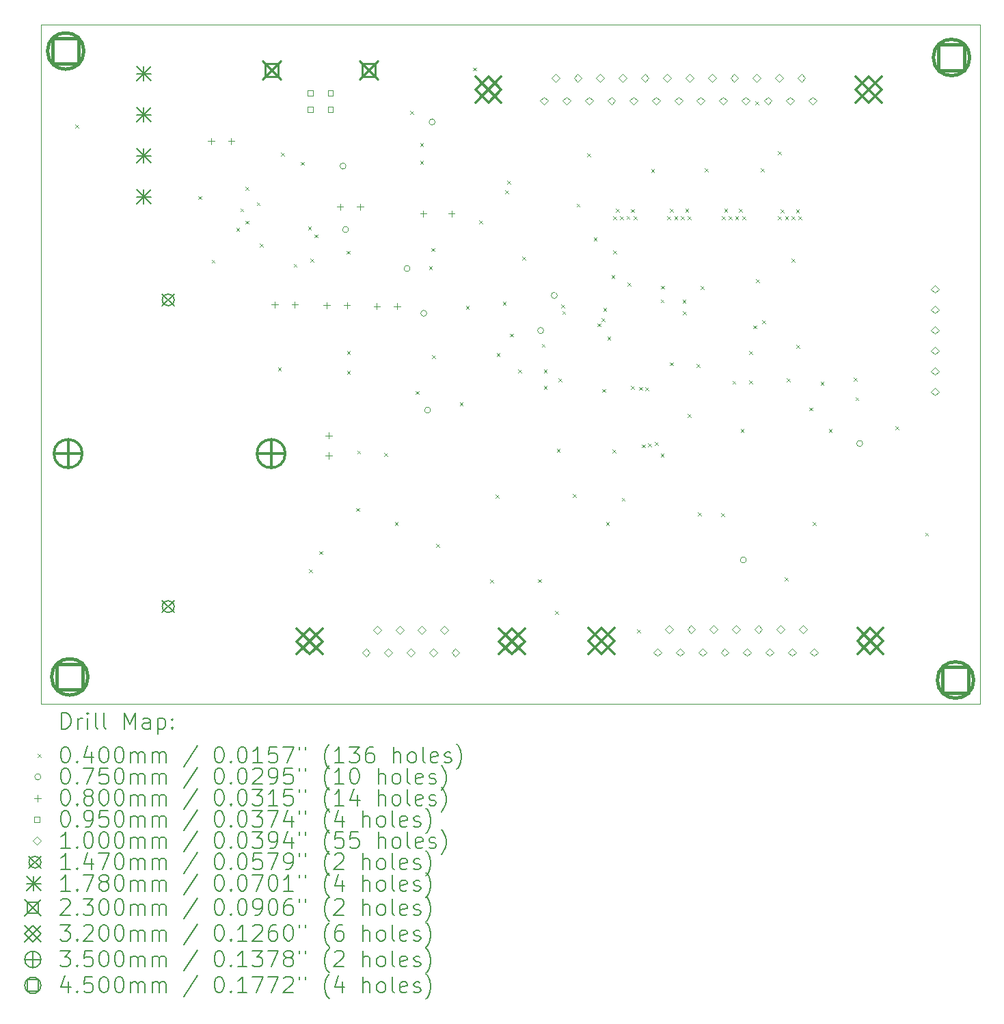
<source format=gbr>
%FSLAX45Y45*%
G04 Gerber Fmt 4.5, Leading zero omitted, Abs format (unit mm)*
G04 Created by KiCad (PCBNEW (6.0.0)) date 2022-01-24 11:24:07*
%MOMM*%
%LPD*%
G01*
G04 APERTURE LIST*
%TA.AperFunction,Profile*%
%ADD10C,0.050000*%
%TD*%
%ADD11C,0.200000*%
%ADD12C,0.040000*%
%ADD13C,0.075000*%
%ADD14C,0.080000*%
%ADD15C,0.095000*%
%ADD16C,0.100000*%
%ADD17C,0.147000*%
%ADD18C,0.178000*%
%ADD19C,0.230000*%
%ADD20C,0.320000*%
%ADD21C,0.350000*%
%ADD22C,0.450000*%
G04 APERTURE END LIST*
D10*
X18643600Y-11353800D02*
X18643600Y-2950000D01*
X7010400Y-2950000D02*
X7010400Y-11353800D01*
X18643600Y-2950000D02*
X7010400Y-2950000D01*
X7010400Y-11353800D02*
X18643600Y-11353800D01*
D11*
D12*
X7435000Y-4185000D02*
X7475000Y-4225000D01*
X7475000Y-4185000D02*
X7435000Y-4225000D01*
X8958900Y-5072700D02*
X8998900Y-5112700D01*
X8998900Y-5072700D02*
X8958900Y-5112700D01*
X9124000Y-5860100D02*
X9164000Y-5900100D01*
X9164000Y-5860100D02*
X9124000Y-5900100D01*
X9428800Y-5466400D02*
X9468800Y-5506400D01*
X9468800Y-5466400D02*
X9428800Y-5506400D01*
X9479600Y-5225100D02*
X9519600Y-5265100D01*
X9519600Y-5225100D02*
X9479600Y-5265100D01*
X9539790Y-4960310D02*
X9579790Y-5000310D01*
X9579790Y-4960310D02*
X9539790Y-5000310D01*
X9543100Y-5377500D02*
X9583100Y-5417500D01*
X9583100Y-5377500D02*
X9543100Y-5417500D01*
X9682800Y-5148900D02*
X9722800Y-5188900D01*
X9722800Y-5148900D02*
X9682800Y-5188900D01*
X9718450Y-5659700D02*
X9758450Y-5699700D01*
X9758450Y-5659700D02*
X9718450Y-5699700D01*
X9945000Y-7190000D02*
X9985000Y-7230000D01*
X9985000Y-7190000D02*
X9945000Y-7230000D01*
X9981250Y-4532950D02*
X10021250Y-4572950D01*
X10021250Y-4532950D02*
X9981250Y-4572950D01*
X10140000Y-5910900D02*
X10180000Y-5950900D01*
X10180000Y-5910900D02*
X10140000Y-5950900D01*
X10225120Y-4648400D02*
X10265120Y-4688400D01*
X10265120Y-4648400D02*
X10225120Y-4688400D01*
X10317800Y-5446950D02*
X10357800Y-5486950D01*
X10357800Y-5446950D02*
X10317800Y-5486950D01*
X10329230Y-9692960D02*
X10369230Y-9732960D01*
X10369230Y-9692960D02*
X10329230Y-9732960D01*
X10345740Y-5844860D02*
X10385740Y-5884860D01*
X10385740Y-5844860D02*
X10345740Y-5884860D01*
X10399810Y-5546950D02*
X10439810Y-5586950D01*
X10439810Y-5546950D02*
X10399810Y-5586950D01*
X10457500Y-9466900D02*
X10497500Y-9506900D01*
X10497500Y-9466900D02*
X10457500Y-9506900D01*
X10795000Y-5750000D02*
X10835000Y-5790000D01*
X10835000Y-5750000D02*
X10795000Y-5790000D01*
X10800000Y-6990000D02*
X10840000Y-7030000D01*
X10840000Y-6990000D02*
X10800000Y-7030000D01*
X10800000Y-7235000D02*
X10840000Y-7275000D01*
X10840000Y-7235000D02*
X10800000Y-7275000D01*
X10914700Y-8933500D02*
X10954700Y-8973500D01*
X10954700Y-8933500D02*
X10914700Y-8973500D01*
X10927400Y-8222300D02*
X10967400Y-8262300D01*
X10967400Y-8222300D02*
X10927400Y-8262300D01*
X11260000Y-8250000D02*
X11300000Y-8290000D01*
X11300000Y-8250000D02*
X11260000Y-8290000D01*
X11393140Y-9106850D02*
X11433140Y-9146850D01*
X11433140Y-9106850D02*
X11393140Y-9146850D01*
X11585000Y-4020000D02*
X11625000Y-4060000D01*
X11625000Y-4020000D02*
X11585000Y-4060000D01*
X11651300Y-7485700D02*
X11691300Y-7525700D01*
X11691300Y-7485700D02*
X11651300Y-7525700D01*
X11705670Y-4413700D02*
X11745670Y-4453700D01*
X11745670Y-4413700D02*
X11705670Y-4453700D01*
X11706250Y-4635000D02*
X11746250Y-4675000D01*
X11746250Y-4635000D02*
X11706250Y-4675000D01*
X11814500Y-5941530D02*
X11854500Y-5981530D01*
X11854500Y-5941530D02*
X11814500Y-5981530D01*
X11844841Y-5716091D02*
X11884841Y-5756091D01*
X11884841Y-5716091D02*
X11844841Y-5756091D01*
X11854500Y-7041200D02*
X11894500Y-7081200D01*
X11894500Y-7041200D02*
X11854500Y-7081200D01*
X11905300Y-9378000D02*
X11945300Y-9418000D01*
X11945300Y-9378000D02*
X11905300Y-9418000D01*
X12197400Y-7625400D02*
X12237400Y-7665400D01*
X12237400Y-7625400D02*
X12197400Y-7665400D01*
X12273600Y-6431840D02*
X12313600Y-6471840D01*
X12313600Y-6431840D02*
X12273600Y-6471840D01*
X12360000Y-3480000D02*
X12400000Y-3520000D01*
X12400000Y-3480000D02*
X12360000Y-3520000D01*
X12435000Y-5375000D02*
X12475000Y-5415000D01*
X12475000Y-5375000D02*
X12435000Y-5415000D01*
X12572050Y-9816150D02*
X12612050Y-9856150D01*
X12612050Y-9816150D02*
X12572050Y-9856150D01*
X12641900Y-8768400D02*
X12681900Y-8808400D01*
X12681900Y-8768400D02*
X12641900Y-8808400D01*
X12654600Y-7015800D02*
X12694600Y-7055800D01*
X12694600Y-7015800D02*
X12654600Y-7055800D01*
X12730800Y-6380800D02*
X12770800Y-6420800D01*
X12770800Y-6380800D02*
X12730800Y-6420800D01*
X12757385Y-4998375D02*
X12797385Y-5038375D01*
X12797385Y-4998375D02*
X12757385Y-5038375D01*
X12782785Y-4884075D02*
X12822785Y-4924075D01*
X12822785Y-4884075D02*
X12782785Y-4924075D01*
X12817050Y-6774500D02*
X12857050Y-6814500D01*
X12857050Y-6774500D02*
X12817050Y-6814500D01*
X12921300Y-7219000D02*
X12961300Y-7259000D01*
X12961300Y-7219000D02*
X12921300Y-7259000D01*
X12970830Y-5823270D02*
X13010830Y-5863270D01*
X13010830Y-5823270D02*
X12970830Y-5863270D01*
X13165140Y-9813610D02*
X13205140Y-9853610D01*
X13205140Y-9813610D02*
X13165140Y-9853610D01*
X13213400Y-6901500D02*
X13253400Y-6941500D01*
X13253400Y-6901500D02*
X13213400Y-6941500D01*
X13238800Y-7219000D02*
X13278800Y-7259000D01*
X13278800Y-7219000D02*
X13238800Y-7259000D01*
X13238800Y-7422200D02*
X13278800Y-7462200D01*
X13278800Y-7422200D02*
X13238800Y-7462200D01*
X13375000Y-10205000D02*
X13415000Y-10245000D01*
X13415000Y-10205000D02*
X13375000Y-10245000D01*
X13400000Y-8201980D02*
X13440000Y-8241980D01*
X13440000Y-8201980D02*
X13400000Y-8241980D01*
X13423000Y-7326950D02*
X13463000Y-7366950D01*
X13463000Y-7326950D02*
X13423000Y-7366950D01*
X13454375Y-6416218D02*
X13494375Y-6456218D01*
X13494375Y-6416218D02*
X13454375Y-6456218D01*
X13467400Y-6495100D02*
X13507400Y-6535100D01*
X13507400Y-6495100D02*
X13467400Y-6535100D01*
X13600000Y-8760000D02*
X13640000Y-8800000D01*
X13640000Y-8760000D02*
X13600000Y-8800000D01*
X13645000Y-5165000D02*
X13685000Y-5205000D01*
X13685000Y-5165000D02*
X13645000Y-5205000D01*
X13773385Y-4541175D02*
X13813385Y-4581175D01*
X13813385Y-4541175D02*
X13773385Y-4581175D01*
X13856020Y-5581970D02*
X13896020Y-5621970D01*
X13896020Y-5581970D02*
X13856020Y-5621970D01*
X13905550Y-6647500D02*
X13945550Y-6687500D01*
X13945550Y-6647500D02*
X13905550Y-6687500D01*
X13950551Y-6583449D02*
X13990551Y-6623449D01*
X13990551Y-6583449D02*
X13950551Y-6623449D01*
X13962700Y-7460300D02*
X14002700Y-7500300D01*
X14002700Y-7460300D02*
X13962700Y-7500300D01*
X13975400Y-6457000D02*
X14015400Y-6497000D01*
X14015400Y-6457000D02*
X13975400Y-6497000D01*
X14007920Y-9106850D02*
X14047920Y-9146850D01*
X14047920Y-9106850D02*
X14007920Y-9146850D01*
X14026200Y-6812600D02*
X14066200Y-6852600D01*
X14066200Y-6812600D02*
X14026200Y-6852600D01*
X14077000Y-6050600D02*
X14117000Y-6090600D01*
X14117000Y-6050600D02*
X14077000Y-6090600D01*
X14090000Y-8210000D02*
X14130000Y-8250000D01*
X14130000Y-8210000D02*
X14090000Y-8250000D01*
X14096000Y-5319080D02*
X14136000Y-5359080D01*
X14136000Y-5319080D02*
X14096000Y-5359080D01*
X14097870Y-5746800D02*
X14137870Y-5786800D01*
X14137870Y-5746800D02*
X14097870Y-5786800D01*
X14131610Y-5231450D02*
X14171610Y-5271450D01*
X14171610Y-5231450D02*
X14131610Y-5271450D01*
X14183000Y-5319080D02*
X14223000Y-5359080D01*
X14223000Y-5319080D02*
X14183000Y-5359080D01*
X14204000Y-8806500D02*
X14244000Y-8846500D01*
X14244000Y-8806500D02*
X14204000Y-8846500D01*
X14263000Y-5318500D02*
X14303000Y-5358500D01*
X14303000Y-5318500D02*
X14263000Y-5358500D01*
X14272640Y-6145130D02*
X14312640Y-6185130D01*
X14312640Y-6145130D02*
X14272640Y-6185130D01*
X14317030Y-5233990D02*
X14357030Y-5273990D01*
X14357030Y-5233990D02*
X14317030Y-5273990D01*
X14320000Y-7420000D02*
X14360000Y-7460000D01*
X14360000Y-7420000D02*
X14320000Y-7460000D01*
X14350000Y-5319080D02*
X14390000Y-5359080D01*
X14390000Y-5319080D02*
X14350000Y-5359080D01*
X14395000Y-10435000D02*
X14435000Y-10475000D01*
X14435000Y-10435000D02*
X14395000Y-10475000D01*
X14416090Y-7434900D02*
X14456090Y-7474900D01*
X14456090Y-7434900D02*
X14416090Y-7474900D01*
X14451650Y-8146100D02*
X14491650Y-8186100D01*
X14491650Y-8146100D02*
X14451650Y-8186100D01*
X14496100Y-7436170D02*
X14536100Y-7476170D01*
X14536100Y-7436170D02*
X14496100Y-7476170D01*
X14527850Y-8133400D02*
X14567850Y-8173400D01*
X14567850Y-8133400D02*
X14527850Y-8173400D01*
X14567220Y-4738690D02*
X14607220Y-4778690D01*
X14607220Y-4738690D02*
X14567220Y-4778690D01*
X14616750Y-8114350D02*
X14656750Y-8154350D01*
X14656750Y-8114350D02*
X14616750Y-8154350D01*
X14686600Y-6350320D02*
X14726600Y-6390320D01*
X14726600Y-6350320D02*
X14686600Y-6390320D01*
X14686600Y-8260400D02*
X14726600Y-8300400D01*
X14726600Y-8260400D02*
X14686600Y-8300400D01*
X14691680Y-6181410D02*
X14731680Y-6221410D01*
X14731680Y-6181410D02*
X14691680Y-6221410D01*
X14769200Y-5319080D02*
X14809200Y-5359080D01*
X14809200Y-5319080D02*
X14769200Y-5359080D01*
X14800900Y-5231450D02*
X14840900Y-5271450D01*
X14840900Y-5231450D02*
X14800900Y-5271450D01*
X14800900Y-7130100D02*
X14840900Y-7170100D01*
X14840900Y-7130100D02*
X14800900Y-7170100D01*
X14856200Y-5319080D02*
X14896200Y-5359080D01*
X14896200Y-5319080D02*
X14856200Y-5359080D01*
X14936200Y-5319080D02*
X14976200Y-5359080D01*
X14976200Y-5319080D02*
X14936200Y-5359080D01*
X14955840Y-6352860D02*
X14995840Y-6392860D01*
X14995840Y-6352860D02*
X14955840Y-6392860D01*
X14959650Y-6501450D02*
X14999650Y-6541450D01*
X14999650Y-6501450D02*
X14959650Y-6541450D01*
X14991400Y-5230180D02*
X15031400Y-5270180D01*
X15031400Y-5230180D02*
X14991400Y-5270180D01*
X15023150Y-7771450D02*
X15063150Y-7811450D01*
X15063150Y-7771450D02*
X15023150Y-7811450D01*
X15023200Y-5319080D02*
X15063200Y-5359080D01*
X15063200Y-5319080D02*
X15023200Y-5359080D01*
X15131100Y-7149150D02*
X15171100Y-7189150D01*
X15171100Y-7149150D02*
X15131100Y-7189150D01*
X15150150Y-8990650D02*
X15190150Y-9030650D01*
X15190150Y-8990650D02*
X15150150Y-9030650D01*
X15180630Y-6182679D02*
X15220630Y-6222679D01*
X15220630Y-6182679D02*
X15180630Y-6222679D01*
X15230160Y-4727260D02*
X15270160Y-4767260D01*
X15270160Y-4727260D02*
X15230160Y-4767260D01*
X15435900Y-8997000D02*
X15475900Y-9037000D01*
X15475900Y-8997000D02*
X15435900Y-9037000D01*
X15442200Y-5319080D02*
X15482200Y-5359080D01*
X15482200Y-5319080D02*
X15442200Y-5359080D01*
X15474000Y-5231450D02*
X15514000Y-5271450D01*
X15514000Y-5231450D02*
X15474000Y-5271450D01*
X15529200Y-5319080D02*
X15569200Y-5359080D01*
X15569200Y-5319080D02*
X15529200Y-5359080D01*
X15575600Y-7358700D02*
X15615600Y-7398700D01*
X15615600Y-7358700D02*
X15575600Y-7398700D01*
X15609200Y-5319080D02*
X15649200Y-5359080D01*
X15649200Y-5319080D02*
X15609200Y-5359080D01*
X15658150Y-5231450D02*
X15698150Y-5271450D01*
X15698150Y-5231450D02*
X15658150Y-5271450D01*
X15677200Y-7955600D02*
X15717200Y-7995600D01*
X15717200Y-7955600D02*
X15677200Y-7995600D01*
X15696200Y-5320300D02*
X15736200Y-5360300D01*
X15736200Y-5320300D02*
X15696200Y-5360300D01*
X15780070Y-6990400D02*
X15820070Y-7030400D01*
X15820070Y-6990400D02*
X15780070Y-7030400D01*
X15780070Y-7353620D02*
X15820070Y-7393620D01*
X15820070Y-7353620D02*
X15780070Y-7393620D01*
X15835950Y-6672900D02*
X15875950Y-6712900D01*
X15875950Y-6672900D02*
X15835950Y-6712900D01*
X15860080Y-3899220D02*
X15900080Y-3939220D01*
X15900080Y-3899220D02*
X15860080Y-3939220D01*
X15867700Y-6101400D02*
X15907700Y-6141400D01*
X15907700Y-6101400D02*
X15867700Y-6141400D01*
X15924850Y-4727260D02*
X15964850Y-4767260D01*
X15964850Y-4727260D02*
X15924850Y-4767260D01*
X15940290Y-6607750D02*
X15980290Y-6647750D01*
X15980290Y-6607750D02*
X15940290Y-6647750D01*
X16140800Y-4517760D02*
X16180800Y-4557760D01*
X16180800Y-4517760D02*
X16140800Y-4557760D01*
X16140800Y-5319080D02*
X16180800Y-5359080D01*
X16180800Y-5319080D02*
X16140800Y-5359080D01*
X16172500Y-5237800D02*
X16212500Y-5277800D01*
X16212500Y-5237800D02*
X16172500Y-5277800D01*
X16225000Y-9795000D02*
X16265000Y-9835000D01*
X16265000Y-9795000D02*
X16225000Y-9835000D01*
X16227800Y-5319080D02*
X16267800Y-5359080D01*
X16267800Y-5319080D02*
X16227800Y-5359080D01*
X16248700Y-7326950D02*
X16288700Y-7366950D01*
X16288700Y-7326950D02*
X16248700Y-7366950D01*
X16305850Y-5847400D02*
X16345850Y-5887400D01*
X16345850Y-5847400D02*
X16305850Y-5887400D01*
X16307800Y-5319080D02*
X16347800Y-5359080D01*
X16347800Y-5319080D02*
X16307800Y-5359080D01*
X16363000Y-5237800D02*
X16403000Y-5277800D01*
X16403000Y-5237800D02*
X16363000Y-5277800D01*
X16369350Y-6914200D02*
X16409350Y-6954200D01*
X16409350Y-6914200D02*
X16369350Y-6954200D01*
X16394800Y-5319080D02*
X16434800Y-5359080D01*
X16434800Y-5319080D02*
X16394800Y-5359080D01*
X16528100Y-7688900D02*
X16568100Y-7728900D01*
X16568100Y-7688900D02*
X16528100Y-7728900D01*
X16570240Y-9106850D02*
X16610240Y-9146850D01*
X16610240Y-9106850D02*
X16570240Y-9146850D01*
X16667800Y-7371400D02*
X16707800Y-7411400D01*
X16707800Y-7371400D02*
X16667800Y-7411400D01*
X16769400Y-7955600D02*
X16809400Y-7995600D01*
X16809400Y-7955600D02*
X16769400Y-7995600D01*
X17080550Y-7320600D02*
X17120550Y-7360600D01*
X17120550Y-7320600D02*
X17080550Y-7360600D01*
X17099600Y-7561900D02*
X17139600Y-7601900D01*
X17139600Y-7561900D02*
X17099600Y-7601900D01*
X17592690Y-7920150D02*
X17632690Y-7960150D01*
X17632690Y-7920150D02*
X17592690Y-7960150D01*
X17963200Y-9238300D02*
X18003200Y-9278300D01*
X18003200Y-9238300D02*
X17963200Y-9278300D01*
D13*
X10787500Y-4700000D02*
G75*
G03*
X10787500Y-4700000I-37500J0D01*
G01*
X10819800Y-5486400D02*
G75*
G03*
X10819800Y-5486400I-37500J0D01*
G01*
X11581800Y-5969000D02*
G75*
G03*
X11581800Y-5969000I-37500J0D01*
G01*
X11788810Y-6522720D02*
G75*
G03*
X11788810Y-6522720I-37500J0D01*
G01*
X11835800Y-7721600D02*
G75*
G03*
X11835800Y-7721600I-37500J0D01*
G01*
X11892500Y-4155000D02*
G75*
G03*
X11892500Y-4155000I-37500J0D01*
G01*
X13236610Y-6736080D02*
G75*
G03*
X13236610Y-6736080I-37500J0D01*
G01*
X13405520Y-6301740D02*
G75*
G03*
X13405520Y-6301740I-37500J0D01*
G01*
X15747400Y-9575800D02*
G75*
G03*
X15747400Y-9575800I-37500J0D01*
G01*
X17188499Y-8134701D02*
G75*
G03*
X17188499Y-8134701I-37500J0D01*
G01*
D14*
X9116250Y-4351660D02*
X9116250Y-4431660D01*
X9076250Y-4391660D02*
X9156250Y-4391660D01*
X9366250Y-4351660D02*
X9366250Y-4431660D01*
X9326250Y-4391660D02*
X9406250Y-4391660D01*
X9904489Y-6375000D02*
X9904489Y-6455000D01*
X9864489Y-6415000D02*
X9944489Y-6415000D01*
X10154489Y-6375000D02*
X10154489Y-6455000D01*
X10114489Y-6415000D02*
X10194489Y-6415000D01*
X10550511Y-6385000D02*
X10550511Y-6465000D01*
X10510511Y-6425000D02*
X10590511Y-6425000D01*
X10575000Y-7994489D02*
X10575000Y-8074489D01*
X10535000Y-8034489D02*
X10615000Y-8034489D01*
X10575000Y-8244489D02*
X10575000Y-8324489D01*
X10535000Y-8284489D02*
X10615000Y-8284489D01*
X10715000Y-5165000D02*
X10715000Y-5245000D01*
X10675000Y-5205000D02*
X10755000Y-5205000D01*
X10800511Y-6385000D02*
X10800511Y-6465000D01*
X10760511Y-6425000D02*
X10840511Y-6425000D01*
X10965000Y-5165000D02*
X10965000Y-5245000D01*
X10925000Y-5205000D02*
X11005000Y-5205000D01*
X11169489Y-6395000D02*
X11169489Y-6475000D01*
X11129489Y-6435000D02*
X11209489Y-6435000D01*
X11419489Y-6395000D02*
X11419489Y-6475000D01*
X11379489Y-6435000D02*
X11459489Y-6435000D01*
X11744735Y-5250000D02*
X11744735Y-5330000D01*
X11704735Y-5290000D02*
X11784735Y-5290000D01*
X12094735Y-5250000D02*
X12094735Y-5330000D01*
X12054735Y-5290000D02*
X12134735Y-5290000D01*
D15*
X10379008Y-3830278D02*
X10379008Y-3763102D01*
X10311832Y-3763102D01*
X10311832Y-3830278D01*
X10379008Y-3830278D01*
X10379008Y-4030278D02*
X10379008Y-3963102D01*
X10311832Y-3963102D01*
X10311832Y-4030278D01*
X10379008Y-4030278D01*
X10629008Y-3830278D02*
X10629008Y-3763102D01*
X10561832Y-3763102D01*
X10561832Y-3830278D01*
X10629008Y-3830278D01*
X10629008Y-4030278D02*
X10629008Y-3963102D01*
X10561832Y-3963102D01*
X10561832Y-4030278D01*
X10629008Y-4030278D01*
D16*
X11036300Y-10775200D02*
X11086300Y-10725200D01*
X11036300Y-10675200D01*
X10986300Y-10725200D01*
X11036300Y-10775200D01*
X11174800Y-10491200D02*
X11224800Y-10441200D01*
X11174800Y-10391200D01*
X11124800Y-10441200D01*
X11174800Y-10491200D01*
X11313300Y-10775200D02*
X11363300Y-10725200D01*
X11313300Y-10675200D01*
X11263300Y-10725200D01*
X11313300Y-10775200D01*
X11451800Y-10491200D02*
X11501800Y-10441200D01*
X11451800Y-10391200D01*
X11401800Y-10441200D01*
X11451800Y-10491200D01*
X11590300Y-10775200D02*
X11640300Y-10725200D01*
X11590300Y-10675200D01*
X11540300Y-10725200D01*
X11590300Y-10775200D01*
X11728800Y-10491200D02*
X11778800Y-10441200D01*
X11728800Y-10391200D01*
X11678800Y-10441200D01*
X11728800Y-10491200D01*
X11867300Y-10775200D02*
X11917300Y-10725200D01*
X11867300Y-10675200D01*
X11817300Y-10725200D01*
X11867300Y-10775200D01*
X12005800Y-10491200D02*
X12055800Y-10441200D01*
X12005800Y-10391200D01*
X11955800Y-10441200D01*
X12005800Y-10491200D01*
X12144300Y-10775200D02*
X12194300Y-10725200D01*
X12144300Y-10675200D01*
X12094300Y-10725200D01*
X12144300Y-10775200D01*
X13244080Y-3943820D02*
X13294080Y-3893820D01*
X13244080Y-3843820D01*
X13194080Y-3893820D01*
X13244080Y-3943820D01*
X13382580Y-3659820D02*
X13432580Y-3609820D01*
X13382580Y-3559820D01*
X13332580Y-3609820D01*
X13382580Y-3659820D01*
X13521080Y-3943820D02*
X13571080Y-3893820D01*
X13521080Y-3843820D01*
X13471080Y-3893820D01*
X13521080Y-3943820D01*
X13659580Y-3659820D02*
X13709580Y-3609820D01*
X13659580Y-3559820D01*
X13609580Y-3609820D01*
X13659580Y-3659820D01*
X13798080Y-3943820D02*
X13848080Y-3893820D01*
X13798080Y-3843820D01*
X13748080Y-3893820D01*
X13798080Y-3943820D01*
X13936580Y-3659820D02*
X13986580Y-3609820D01*
X13936580Y-3559820D01*
X13886580Y-3609820D01*
X13936580Y-3659820D01*
X14075080Y-3943820D02*
X14125080Y-3893820D01*
X14075080Y-3843820D01*
X14025080Y-3893820D01*
X14075080Y-3943820D01*
X14213580Y-3659820D02*
X14263580Y-3609820D01*
X14213580Y-3559820D01*
X14163580Y-3609820D01*
X14213580Y-3659820D01*
X14352080Y-3943820D02*
X14402080Y-3893820D01*
X14352080Y-3843820D01*
X14302080Y-3893820D01*
X14352080Y-3943820D01*
X14490580Y-3659820D02*
X14540580Y-3609820D01*
X14490580Y-3559820D01*
X14440580Y-3609820D01*
X14490580Y-3659820D01*
X14629080Y-3943820D02*
X14679080Y-3893820D01*
X14629080Y-3843820D01*
X14579080Y-3893820D01*
X14629080Y-3943820D01*
X14649400Y-10768800D02*
X14699400Y-10718800D01*
X14649400Y-10668800D01*
X14599400Y-10718800D01*
X14649400Y-10768800D01*
X14767580Y-3659820D02*
X14817580Y-3609820D01*
X14767580Y-3559820D01*
X14717580Y-3609820D01*
X14767580Y-3659820D01*
X14787900Y-10484800D02*
X14837900Y-10434800D01*
X14787900Y-10384800D01*
X14737900Y-10434800D01*
X14787900Y-10484800D01*
X14906080Y-3943820D02*
X14956080Y-3893820D01*
X14906080Y-3843820D01*
X14856080Y-3893820D01*
X14906080Y-3943820D01*
X14926400Y-10768800D02*
X14976400Y-10718800D01*
X14926400Y-10668800D01*
X14876400Y-10718800D01*
X14926400Y-10768800D01*
X15044580Y-3659820D02*
X15094580Y-3609820D01*
X15044580Y-3559820D01*
X14994580Y-3609820D01*
X15044580Y-3659820D01*
X15064900Y-10484800D02*
X15114900Y-10434800D01*
X15064900Y-10384800D01*
X15014900Y-10434800D01*
X15064900Y-10484800D01*
X15183080Y-3943820D02*
X15233080Y-3893820D01*
X15183080Y-3843820D01*
X15133080Y-3893820D01*
X15183080Y-3943820D01*
X15203400Y-10768800D02*
X15253400Y-10718800D01*
X15203400Y-10668800D01*
X15153400Y-10718800D01*
X15203400Y-10768800D01*
X15321580Y-3659820D02*
X15371580Y-3609820D01*
X15321580Y-3559820D01*
X15271580Y-3609820D01*
X15321580Y-3659820D01*
X15341900Y-10484800D02*
X15391900Y-10434800D01*
X15341900Y-10384800D01*
X15291900Y-10434800D01*
X15341900Y-10484800D01*
X15460080Y-3943820D02*
X15510080Y-3893820D01*
X15460080Y-3843820D01*
X15410080Y-3893820D01*
X15460080Y-3943820D01*
X15480400Y-10768800D02*
X15530400Y-10718800D01*
X15480400Y-10668800D01*
X15430400Y-10718800D01*
X15480400Y-10768800D01*
X15598580Y-3659820D02*
X15648580Y-3609820D01*
X15598580Y-3559820D01*
X15548580Y-3609820D01*
X15598580Y-3659820D01*
X15618900Y-10484800D02*
X15668900Y-10434800D01*
X15618900Y-10384800D01*
X15568900Y-10434800D01*
X15618900Y-10484800D01*
X15737080Y-3943820D02*
X15787080Y-3893820D01*
X15737080Y-3843820D01*
X15687080Y-3893820D01*
X15737080Y-3943820D01*
X15757400Y-10768800D02*
X15807400Y-10718800D01*
X15757400Y-10668800D01*
X15707400Y-10718800D01*
X15757400Y-10768800D01*
X15875580Y-3659820D02*
X15925580Y-3609820D01*
X15875580Y-3559820D01*
X15825580Y-3609820D01*
X15875580Y-3659820D01*
X15895900Y-10484800D02*
X15945900Y-10434800D01*
X15895900Y-10384800D01*
X15845900Y-10434800D01*
X15895900Y-10484800D01*
X16014080Y-3943820D02*
X16064080Y-3893820D01*
X16014080Y-3843820D01*
X15964080Y-3893820D01*
X16014080Y-3943820D01*
X16034400Y-10768800D02*
X16084400Y-10718800D01*
X16034400Y-10668800D01*
X15984400Y-10718800D01*
X16034400Y-10768800D01*
X16152580Y-3659820D02*
X16202580Y-3609820D01*
X16152580Y-3559820D01*
X16102580Y-3609820D01*
X16152580Y-3659820D01*
X16172900Y-10484800D02*
X16222900Y-10434800D01*
X16172900Y-10384800D01*
X16122900Y-10434800D01*
X16172900Y-10484800D01*
X16291080Y-3943820D02*
X16341080Y-3893820D01*
X16291080Y-3843820D01*
X16241080Y-3893820D01*
X16291080Y-3943820D01*
X16311400Y-10768800D02*
X16361400Y-10718800D01*
X16311400Y-10668800D01*
X16261400Y-10718800D01*
X16311400Y-10768800D01*
X16429580Y-3659820D02*
X16479580Y-3609820D01*
X16429580Y-3559820D01*
X16379580Y-3609820D01*
X16429580Y-3659820D01*
X16449900Y-10484800D02*
X16499900Y-10434800D01*
X16449900Y-10384800D01*
X16399900Y-10434800D01*
X16449900Y-10484800D01*
X16568080Y-3943820D02*
X16618080Y-3893820D01*
X16568080Y-3843820D01*
X16518080Y-3893820D01*
X16568080Y-3943820D01*
X16588400Y-10768800D02*
X16638400Y-10718800D01*
X16588400Y-10668800D01*
X16538400Y-10718800D01*
X16588400Y-10768800D01*
X18084800Y-6273000D02*
X18134800Y-6223000D01*
X18084800Y-6173000D01*
X18034800Y-6223000D01*
X18084800Y-6273000D01*
X18084800Y-6527000D02*
X18134800Y-6477000D01*
X18084800Y-6427000D01*
X18034800Y-6477000D01*
X18084800Y-6527000D01*
X18084800Y-6781000D02*
X18134800Y-6731000D01*
X18084800Y-6681000D01*
X18034800Y-6731000D01*
X18084800Y-6781000D01*
X18084800Y-7035000D02*
X18134800Y-6985000D01*
X18084800Y-6935000D01*
X18034800Y-6985000D01*
X18084800Y-7035000D01*
X18084800Y-7289000D02*
X18134800Y-7239000D01*
X18084800Y-7189000D01*
X18034800Y-7239000D01*
X18084800Y-7289000D01*
X18084800Y-7543000D02*
X18134800Y-7493000D01*
X18084800Y-7443000D01*
X18034800Y-7493000D01*
X18084800Y-7543000D01*
D17*
X8511700Y-6283000D02*
X8658700Y-6430000D01*
X8658700Y-6283000D02*
X8511700Y-6430000D01*
X8658700Y-6356500D02*
G75*
G03*
X8658700Y-6356500I-73500J0D01*
G01*
X8511700Y-10080000D02*
X8658700Y-10227000D01*
X8658700Y-10080000D02*
X8511700Y-10227000D01*
X8658700Y-10153500D02*
G75*
G03*
X8658700Y-10153500I-73500J0D01*
G01*
D18*
X8191400Y-3467000D02*
X8369400Y-3645000D01*
X8369400Y-3467000D02*
X8191400Y-3645000D01*
X8280400Y-3467000D02*
X8280400Y-3645000D01*
X8191400Y-3556000D02*
X8369400Y-3556000D01*
X8191400Y-3975000D02*
X8369400Y-4153000D01*
X8369400Y-3975000D02*
X8191400Y-4153000D01*
X8280400Y-3975000D02*
X8280400Y-4153000D01*
X8191400Y-4064000D02*
X8369400Y-4064000D01*
X8191400Y-4483000D02*
X8369400Y-4661000D01*
X8369400Y-4483000D02*
X8191400Y-4661000D01*
X8280400Y-4483000D02*
X8280400Y-4661000D01*
X8191400Y-4572000D02*
X8369400Y-4572000D01*
X8191400Y-4991000D02*
X8369400Y-5169000D01*
X8369400Y-4991000D02*
X8191400Y-5169000D01*
X8280400Y-4991000D02*
X8280400Y-5169000D01*
X8191400Y-5080000D02*
X8369400Y-5080000D01*
D19*
X9755420Y-3395690D02*
X9985420Y-3625690D01*
X9985420Y-3395690D02*
X9755420Y-3625690D01*
X9951738Y-3592008D02*
X9951738Y-3429372D01*
X9789102Y-3429372D01*
X9789102Y-3592008D01*
X9951738Y-3592008D01*
X10955420Y-3395690D02*
X11185420Y-3625690D01*
X11185420Y-3395690D02*
X10955420Y-3625690D01*
X11151738Y-3592008D02*
X11151738Y-3429372D01*
X10989102Y-3429372D01*
X10989102Y-3592008D01*
X11151738Y-3592008D01*
D20*
X10180300Y-10423200D02*
X10500300Y-10743200D01*
X10500300Y-10423200D02*
X10180300Y-10743200D01*
X10340300Y-10743200D02*
X10500300Y-10583200D01*
X10340300Y-10423200D01*
X10180300Y-10583200D01*
X10340300Y-10743200D01*
X12391080Y-3591820D02*
X12711080Y-3911820D01*
X12711080Y-3591820D02*
X12391080Y-3911820D01*
X12551080Y-3911820D02*
X12711080Y-3751820D01*
X12551080Y-3591820D01*
X12391080Y-3751820D01*
X12551080Y-3911820D01*
X12680300Y-10423200D02*
X13000300Y-10743200D01*
X13000300Y-10423200D02*
X12680300Y-10743200D01*
X12840300Y-10743200D02*
X13000300Y-10583200D01*
X12840300Y-10423200D01*
X12680300Y-10583200D01*
X12840300Y-10743200D01*
X13793900Y-10416800D02*
X14113900Y-10736800D01*
X14113900Y-10416800D02*
X13793900Y-10736800D01*
X13953900Y-10736800D02*
X14113900Y-10576800D01*
X13953900Y-10416800D01*
X13793900Y-10576800D01*
X13953900Y-10736800D01*
X17101080Y-3591820D02*
X17421080Y-3911820D01*
X17421080Y-3591820D02*
X17101080Y-3911820D01*
X17261080Y-3911820D02*
X17421080Y-3751820D01*
X17261080Y-3591820D01*
X17101080Y-3751820D01*
X17261080Y-3911820D01*
X17123900Y-10416800D02*
X17443900Y-10736800D01*
X17443900Y-10416800D02*
X17123900Y-10736800D01*
X17283900Y-10736800D02*
X17443900Y-10576800D01*
X17283900Y-10416800D01*
X17123900Y-10576800D01*
X17283900Y-10736800D01*
D21*
X7345000Y-8085000D02*
X7345000Y-8435000D01*
X7170000Y-8260000D02*
X7520000Y-8260000D01*
X7520000Y-8260000D02*
G75*
G03*
X7520000Y-8260000I-175000J0D01*
G01*
X9860000Y-8085000D02*
X9860000Y-8435000D01*
X9685000Y-8260000D02*
X10035000Y-8260000D01*
X10035000Y-8260000D02*
G75*
G03*
X10035000Y-8260000I-175000J0D01*
G01*
D22*
X7474301Y-3435701D02*
X7474301Y-3117499D01*
X7156099Y-3117499D01*
X7156099Y-3435701D01*
X7474301Y-3435701D01*
X7540200Y-3276600D02*
G75*
G03*
X7540200Y-3276600I-225000J0D01*
G01*
X7525101Y-11182701D02*
X7525101Y-10864499D01*
X7206899Y-10864499D01*
X7206899Y-11182701D01*
X7525101Y-11182701D01*
X7591000Y-11023600D02*
G75*
G03*
X7591000Y-11023600I-225000J0D01*
G01*
X18448371Y-3515711D02*
X18448371Y-3197509D01*
X18130169Y-3197509D01*
X18130169Y-3515711D01*
X18448371Y-3515711D01*
X18514270Y-3356610D02*
G75*
G03*
X18514270Y-3356610I-225000J0D01*
G01*
X18497901Y-11220801D02*
X18497901Y-10902599D01*
X18179699Y-10902599D01*
X18179699Y-11220801D01*
X18497901Y-11220801D01*
X18563800Y-11061700D02*
G75*
G03*
X18563800Y-11061700I-225000J0D01*
G01*
D11*
X7265519Y-11666776D02*
X7265519Y-11466776D01*
X7313138Y-11466776D01*
X7341709Y-11476300D01*
X7360757Y-11495348D01*
X7370281Y-11514395D01*
X7379805Y-11552490D01*
X7379805Y-11581062D01*
X7370281Y-11619157D01*
X7360757Y-11638205D01*
X7341709Y-11657252D01*
X7313138Y-11666776D01*
X7265519Y-11666776D01*
X7465519Y-11666776D02*
X7465519Y-11533443D01*
X7465519Y-11571538D02*
X7475043Y-11552490D01*
X7484567Y-11542967D01*
X7503614Y-11533443D01*
X7522662Y-11533443D01*
X7589328Y-11666776D02*
X7589328Y-11533443D01*
X7589328Y-11466776D02*
X7579805Y-11476300D01*
X7589328Y-11485824D01*
X7598852Y-11476300D01*
X7589328Y-11466776D01*
X7589328Y-11485824D01*
X7713138Y-11666776D02*
X7694090Y-11657252D01*
X7684567Y-11638205D01*
X7684567Y-11466776D01*
X7817900Y-11666776D02*
X7798852Y-11657252D01*
X7789328Y-11638205D01*
X7789328Y-11466776D01*
X8046471Y-11666776D02*
X8046471Y-11466776D01*
X8113138Y-11609633D01*
X8179805Y-11466776D01*
X8179805Y-11666776D01*
X8360757Y-11666776D02*
X8360757Y-11562014D01*
X8351233Y-11542967D01*
X8332186Y-11533443D01*
X8294090Y-11533443D01*
X8275043Y-11542967D01*
X8360757Y-11657252D02*
X8341709Y-11666776D01*
X8294090Y-11666776D01*
X8275043Y-11657252D01*
X8265519Y-11638205D01*
X8265519Y-11619157D01*
X8275043Y-11600109D01*
X8294090Y-11590586D01*
X8341709Y-11590586D01*
X8360757Y-11581062D01*
X8455995Y-11533443D02*
X8455995Y-11733443D01*
X8455995Y-11542967D02*
X8475043Y-11533443D01*
X8513138Y-11533443D01*
X8532186Y-11542967D01*
X8541710Y-11552490D01*
X8551233Y-11571538D01*
X8551233Y-11628681D01*
X8541710Y-11647728D01*
X8532186Y-11657252D01*
X8513138Y-11666776D01*
X8475043Y-11666776D01*
X8455995Y-11657252D01*
X8636948Y-11647728D02*
X8646471Y-11657252D01*
X8636948Y-11666776D01*
X8627424Y-11657252D01*
X8636948Y-11647728D01*
X8636948Y-11666776D01*
X8636948Y-11542967D02*
X8646471Y-11552490D01*
X8636948Y-11562014D01*
X8627424Y-11552490D01*
X8636948Y-11542967D01*
X8636948Y-11562014D01*
D12*
X6967900Y-11976300D02*
X7007900Y-12016300D01*
X7007900Y-11976300D02*
X6967900Y-12016300D01*
D11*
X7303614Y-11886776D02*
X7322662Y-11886776D01*
X7341709Y-11896300D01*
X7351233Y-11905824D01*
X7360757Y-11924871D01*
X7370281Y-11962967D01*
X7370281Y-12010586D01*
X7360757Y-12048681D01*
X7351233Y-12067728D01*
X7341709Y-12077252D01*
X7322662Y-12086776D01*
X7303614Y-12086776D01*
X7284567Y-12077252D01*
X7275043Y-12067728D01*
X7265519Y-12048681D01*
X7255995Y-12010586D01*
X7255995Y-11962967D01*
X7265519Y-11924871D01*
X7275043Y-11905824D01*
X7284567Y-11896300D01*
X7303614Y-11886776D01*
X7455995Y-12067728D02*
X7465519Y-12077252D01*
X7455995Y-12086776D01*
X7446471Y-12077252D01*
X7455995Y-12067728D01*
X7455995Y-12086776D01*
X7636948Y-11953443D02*
X7636948Y-12086776D01*
X7589328Y-11877252D02*
X7541709Y-12020109D01*
X7665519Y-12020109D01*
X7779805Y-11886776D02*
X7798852Y-11886776D01*
X7817900Y-11896300D01*
X7827424Y-11905824D01*
X7836948Y-11924871D01*
X7846471Y-11962967D01*
X7846471Y-12010586D01*
X7836948Y-12048681D01*
X7827424Y-12067728D01*
X7817900Y-12077252D01*
X7798852Y-12086776D01*
X7779805Y-12086776D01*
X7760757Y-12077252D01*
X7751233Y-12067728D01*
X7741709Y-12048681D01*
X7732186Y-12010586D01*
X7732186Y-11962967D01*
X7741709Y-11924871D01*
X7751233Y-11905824D01*
X7760757Y-11896300D01*
X7779805Y-11886776D01*
X7970281Y-11886776D02*
X7989328Y-11886776D01*
X8008376Y-11896300D01*
X8017900Y-11905824D01*
X8027424Y-11924871D01*
X8036948Y-11962967D01*
X8036948Y-12010586D01*
X8027424Y-12048681D01*
X8017900Y-12067728D01*
X8008376Y-12077252D01*
X7989328Y-12086776D01*
X7970281Y-12086776D01*
X7951233Y-12077252D01*
X7941709Y-12067728D01*
X7932186Y-12048681D01*
X7922662Y-12010586D01*
X7922662Y-11962967D01*
X7932186Y-11924871D01*
X7941709Y-11905824D01*
X7951233Y-11896300D01*
X7970281Y-11886776D01*
X8122662Y-12086776D02*
X8122662Y-11953443D01*
X8122662Y-11972490D02*
X8132186Y-11962967D01*
X8151233Y-11953443D01*
X8179805Y-11953443D01*
X8198852Y-11962967D01*
X8208376Y-11982014D01*
X8208376Y-12086776D01*
X8208376Y-11982014D02*
X8217900Y-11962967D01*
X8236948Y-11953443D01*
X8265519Y-11953443D01*
X8284567Y-11962967D01*
X8294090Y-11982014D01*
X8294090Y-12086776D01*
X8389329Y-12086776D02*
X8389329Y-11953443D01*
X8389329Y-11972490D02*
X8398852Y-11962967D01*
X8417900Y-11953443D01*
X8446471Y-11953443D01*
X8465519Y-11962967D01*
X8475043Y-11982014D01*
X8475043Y-12086776D01*
X8475043Y-11982014D02*
X8484567Y-11962967D01*
X8503614Y-11953443D01*
X8532186Y-11953443D01*
X8551233Y-11962967D01*
X8560757Y-11982014D01*
X8560757Y-12086776D01*
X8951233Y-11877252D02*
X8779805Y-12134395D01*
X9208376Y-11886776D02*
X9227424Y-11886776D01*
X9246471Y-11896300D01*
X9255995Y-11905824D01*
X9265519Y-11924871D01*
X9275043Y-11962967D01*
X9275043Y-12010586D01*
X9265519Y-12048681D01*
X9255995Y-12067728D01*
X9246471Y-12077252D01*
X9227424Y-12086776D01*
X9208376Y-12086776D01*
X9189329Y-12077252D01*
X9179805Y-12067728D01*
X9170281Y-12048681D01*
X9160757Y-12010586D01*
X9160757Y-11962967D01*
X9170281Y-11924871D01*
X9179805Y-11905824D01*
X9189329Y-11896300D01*
X9208376Y-11886776D01*
X9360757Y-12067728D02*
X9370281Y-12077252D01*
X9360757Y-12086776D01*
X9351233Y-12077252D01*
X9360757Y-12067728D01*
X9360757Y-12086776D01*
X9494090Y-11886776D02*
X9513138Y-11886776D01*
X9532186Y-11896300D01*
X9541710Y-11905824D01*
X9551233Y-11924871D01*
X9560757Y-11962967D01*
X9560757Y-12010586D01*
X9551233Y-12048681D01*
X9541710Y-12067728D01*
X9532186Y-12077252D01*
X9513138Y-12086776D01*
X9494090Y-12086776D01*
X9475043Y-12077252D01*
X9465519Y-12067728D01*
X9455995Y-12048681D01*
X9446471Y-12010586D01*
X9446471Y-11962967D01*
X9455995Y-11924871D01*
X9465519Y-11905824D01*
X9475043Y-11896300D01*
X9494090Y-11886776D01*
X9751233Y-12086776D02*
X9636948Y-12086776D01*
X9694090Y-12086776D02*
X9694090Y-11886776D01*
X9675043Y-11915348D01*
X9655995Y-11934395D01*
X9636948Y-11943919D01*
X9932186Y-11886776D02*
X9836948Y-11886776D01*
X9827424Y-11982014D01*
X9836948Y-11972490D01*
X9855995Y-11962967D01*
X9903614Y-11962967D01*
X9922662Y-11972490D01*
X9932186Y-11982014D01*
X9941710Y-12001062D01*
X9941710Y-12048681D01*
X9932186Y-12067728D01*
X9922662Y-12077252D01*
X9903614Y-12086776D01*
X9855995Y-12086776D01*
X9836948Y-12077252D01*
X9827424Y-12067728D01*
X10008376Y-11886776D02*
X10141710Y-11886776D01*
X10055995Y-12086776D01*
X10208376Y-11886776D02*
X10208376Y-11924871D01*
X10284567Y-11886776D02*
X10284567Y-11924871D01*
X10579805Y-12162967D02*
X10570281Y-12153443D01*
X10551233Y-12124871D01*
X10541710Y-12105824D01*
X10532186Y-12077252D01*
X10522662Y-12029633D01*
X10522662Y-11991538D01*
X10532186Y-11943919D01*
X10541710Y-11915348D01*
X10551233Y-11896300D01*
X10570281Y-11867728D01*
X10579805Y-11858205D01*
X10760757Y-12086776D02*
X10646471Y-12086776D01*
X10703614Y-12086776D02*
X10703614Y-11886776D01*
X10684567Y-11915348D01*
X10665519Y-11934395D01*
X10646471Y-11943919D01*
X10827424Y-11886776D02*
X10951233Y-11886776D01*
X10884567Y-11962967D01*
X10913138Y-11962967D01*
X10932186Y-11972490D01*
X10941710Y-11982014D01*
X10951233Y-12001062D01*
X10951233Y-12048681D01*
X10941710Y-12067728D01*
X10932186Y-12077252D01*
X10913138Y-12086776D01*
X10855995Y-12086776D01*
X10836948Y-12077252D01*
X10827424Y-12067728D01*
X11122662Y-11886776D02*
X11084567Y-11886776D01*
X11065519Y-11896300D01*
X11055995Y-11905824D01*
X11036948Y-11934395D01*
X11027424Y-11972490D01*
X11027424Y-12048681D01*
X11036948Y-12067728D01*
X11046471Y-12077252D01*
X11065519Y-12086776D01*
X11103614Y-12086776D01*
X11122662Y-12077252D01*
X11132186Y-12067728D01*
X11141710Y-12048681D01*
X11141710Y-12001062D01*
X11132186Y-11982014D01*
X11122662Y-11972490D01*
X11103614Y-11962967D01*
X11065519Y-11962967D01*
X11046471Y-11972490D01*
X11036948Y-11982014D01*
X11027424Y-12001062D01*
X11379805Y-12086776D02*
X11379805Y-11886776D01*
X11465519Y-12086776D02*
X11465519Y-11982014D01*
X11455995Y-11962967D01*
X11436948Y-11953443D01*
X11408376Y-11953443D01*
X11389328Y-11962967D01*
X11379805Y-11972490D01*
X11589328Y-12086776D02*
X11570281Y-12077252D01*
X11560757Y-12067728D01*
X11551233Y-12048681D01*
X11551233Y-11991538D01*
X11560757Y-11972490D01*
X11570281Y-11962967D01*
X11589328Y-11953443D01*
X11617900Y-11953443D01*
X11636948Y-11962967D01*
X11646471Y-11972490D01*
X11655995Y-11991538D01*
X11655995Y-12048681D01*
X11646471Y-12067728D01*
X11636948Y-12077252D01*
X11617900Y-12086776D01*
X11589328Y-12086776D01*
X11770281Y-12086776D02*
X11751233Y-12077252D01*
X11741709Y-12058205D01*
X11741709Y-11886776D01*
X11922662Y-12077252D02*
X11903614Y-12086776D01*
X11865519Y-12086776D01*
X11846471Y-12077252D01*
X11836948Y-12058205D01*
X11836948Y-11982014D01*
X11846471Y-11962967D01*
X11865519Y-11953443D01*
X11903614Y-11953443D01*
X11922662Y-11962967D01*
X11932186Y-11982014D01*
X11932186Y-12001062D01*
X11836948Y-12020109D01*
X12008376Y-12077252D02*
X12027424Y-12086776D01*
X12065519Y-12086776D01*
X12084567Y-12077252D01*
X12094090Y-12058205D01*
X12094090Y-12048681D01*
X12084567Y-12029633D01*
X12065519Y-12020109D01*
X12036948Y-12020109D01*
X12017900Y-12010586D01*
X12008376Y-11991538D01*
X12008376Y-11982014D01*
X12017900Y-11962967D01*
X12036948Y-11953443D01*
X12065519Y-11953443D01*
X12084567Y-11962967D01*
X12160757Y-12162967D02*
X12170281Y-12153443D01*
X12189328Y-12124871D01*
X12198852Y-12105824D01*
X12208376Y-12077252D01*
X12217900Y-12029633D01*
X12217900Y-11991538D01*
X12208376Y-11943919D01*
X12198852Y-11915348D01*
X12189328Y-11896300D01*
X12170281Y-11867728D01*
X12160757Y-11858205D01*
D13*
X7007900Y-12260300D02*
G75*
G03*
X7007900Y-12260300I-37500J0D01*
G01*
D11*
X7303614Y-12150776D02*
X7322662Y-12150776D01*
X7341709Y-12160300D01*
X7351233Y-12169824D01*
X7360757Y-12188871D01*
X7370281Y-12226967D01*
X7370281Y-12274586D01*
X7360757Y-12312681D01*
X7351233Y-12331728D01*
X7341709Y-12341252D01*
X7322662Y-12350776D01*
X7303614Y-12350776D01*
X7284567Y-12341252D01*
X7275043Y-12331728D01*
X7265519Y-12312681D01*
X7255995Y-12274586D01*
X7255995Y-12226967D01*
X7265519Y-12188871D01*
X7275043Y-12169824D01*
X7284567Y-12160300D01*
X7303614Y-12150776D01*
X7455995Y-12331728D02*
X7465519Y-12341252D01*
X7455995Y-12350776D01*
X7446471Y-12341252D01*
X7455995Y-12331728D01*
X7455995Y-12350776D01*
X7532186Y-12150776D02*
X7665519Y-12150776D01*
X7579805Y-12350776D01*
X7836948Y-12150776D02*
X7741709Y-12150776D01*
X7732186Y-12246014D01*
X7741709Y-12236490D01*
X7760757Y-12226967D01*
X7808376Y-12226967D01*
X7827424Y-12236490D01*
X7836948Y-12246014D01*
X7846471Y-12265062D01*
X7846471Y-12312681D01*
X7836948Y-12331728D01*
X7827424Y-12341252D01*
X7808376Y-12350776D01*
X7760757Y-12350776D01*
X7741709Y-12341252D01*
X7732186Y-12331728D01*
X7970281Y-12150776D02*
X7989328Y-12150776D01*
X8008376Y-12160300D01*
X8017900Y-12169824D01*
X8027424Y-12188871D01*
X8036948Y-12226967D01*
X8036948Y-12274586D01*
X8027424Y-12312681D01*
X8017900Y-12331728D01*
X8008376Y-12341252D01*
X7989328Y-12350776D01*
X7970281Y-12350776D01*
X7951233Y-12341252D01*
X7941709Y-12331728D01*
X7932186Y-12312681D01*
X7922662Y-12274586D01*
X7922662Y-12226967D01*
X7932186Y-12188871D01*
X7941709Y-12169824D01*
X7951233Y-12160300D01*
X7970281Y-12150776D01*
X8122662Y-12350776D02*
X8122662Y-12217443D01*
X8122662Y-12236490D02*
X8132186Y-12226967D01*
X8151233Y-12217443D01*
X8179805Y-12217443D01*
X8198852Y-12226967D01*
X8208376Y-12246014D01*
X8208376Y-12350776D01*
X8208376Y-12246014D02*
X8217900Y-12226967D01*
X8236948Y-12217443D01*
X8265519Y-12217443D01*
X8284567Y-12226967D01*
X8294090Y-12246014D01*
X8294090Y-12350776D01*
X8389329Y-12350776D02*
X8389329Y-12217443D01*
X8389329Y-12236490D02*
X8398852Y-12226967D01*
X8417900Y-12217443D01*
X8446471Y-12217443D01*
X8465519Y-12226967D01*
X8475043Y-12246014D01*
X8475043Y-12350776D01*
X8475043Y-12246014D02*
X8484567Y-12226967D01*
X8503614Y-12217443D01*
X8532186Y-12217443D01*
X8551233Y-12226967D01*
X8560757Y-12246014D01*
X8560757Y-12350776D01*
X8951233Y-12141252D02*
X8779805Y-12398395D01*
X9208376Y-12150776D02*
X9227424Y-12150776D01*
X9246471Y-12160300D01*
X9255995Y-12169824D01*
X9265519Y-12188871D01*
X9275043Y-12226967D01*
X9275043Y-12274586D01*
X9265519Y-12312681D01*
X9255995Y-12331728D01*
X9246471Y-12341252D01*
X9227424Y-12350776D01*
X9208376Y-12350776D01*
X9189329Y-12341252D01*
X9179805Y-12331728D01*
X9170281Y-12312681D01*
X9160757Y-12274586D01*
X9160757Y-12226967D01*
X9170281Y-12188871D01*
X9179805Y-12169824D01*
X9189329Y-12160300D01*
X9208376Y-12150776D01*
X9360757Y-12331728D02*
X9370281Y-12341252D01*
X9360757Y-12350776D01*
X9351233Y-12341252D01*
X9360757Y-12331728D01*
X9360757Y-12350776D01*
X9494090Y-12150776D02*
X9513138Y-12150776D01*
X9532186Y-12160300D01*
X9541710Y-12169824D01*
X9551233Y-12188871D01*
X9560757Y-12226967D01*
X9560757Y-12274586D01*
X9551233Y-12312681D01*
X9541710Y-12331728D01*
X9532186Y-12341252D01*
X9513138Y-12350776D01*
X9494090Y-12350776D01*
X9475043Y-12341252D01*
X9465519Y-12331728D01*
X9455995Y-12312681D01*
X9446471Y-12274586D01*
X9446471Y-12226967D01*
X9455995Y-12188871D01*
X9465519Y-12169824D01*
X9475043Y-12160300D01*
X9494090Y-12150776D01*
X9636948Y-12169824D02*
X9646471Y-12160300D01*
X9665519Y-12150776D01*
X9713138Y-12150776D01*
X9732186Y-12160300D01*
X9741710Y-12169824D01*
X9751233Y-12188871D01*
X9751233Y-12207919D01*
X9741710Y-12236490D01*
X9627424Y-12350776D01*
X9751233Y-12350776D01*
X9846471Y-12350776D02*
X9884567Y-12350776D01*
X9903614Y-12341252D01*
X9913138Y-12331728D01*
X9932186Y-12303157D01*
X9941710Y-12265062D01*
X9941710Y-12188871D01*
X9932186Y-12169824D01*
X9922662Y-12160300D01*
X9903614Y-12150776D01*
X9865519Y-12150776D01*
X9846471Y-12160300D01*
X9836948Y-12169824D01*
X9827424Y-12188871D01*
X9827424Y-12236490D01*
X9836948Y-12255538D01*
X9846471Y-12265062D01*
X9865519Y-12274586D01*
X9903614Y-12274586D01*
X9922662Y-12265062D01*
X9932186Y-12255538D01*
X9941710Y-12236490D01*
X10122662Y-12150776D02*
X10027424Y-12150776D01*
X10017900Y-12246014D01*
X10027424Y-12236490D01*
X10046471Y-12226967D01*
X10094090Y-12226967D01*
X10113138Y-12236490D01*
X10122662Y-12246014D01*
X10132186Y-12265062D01*
X10132186Y-12312681D01*
X10122662Y-12331728D01*
X10113138Y-12341252D01*
X10094090Y-12350776D01*
X10046471Y-12350776D01*
X10027424Y-12341252D01*
X10017900Y-12331728D01*
X10208376Y-12150776D02*
X10208376Y-12188871D01*
X10284567Y-12150776D02*
X10284567Y-12188871D01*
X10579805Y-12426967D02*
X10570281Y-12417443D01*
X10551233Y-12388871D01*
X10541710Y-12369824D01*
X10532186Y-12341252D01*
X10522662Y-12293633D01*
X10522662Y-12255538D01*
X10532186Y-12207919D01*
X10541710Y-12179348D01*
X10551233Y-12160300D01*
X10570281Y-12131728D01*
X10579805Y-12122205D01*
X10760757Y-12350776D02*
X10646471Y-12350776D01*
X10703614Y-12350776D02*
X10703614Y-12150776D01*
X10684567Y-12179348D01*
X10665519Y-12198395D01*
X10646471Y-12207919D01*
X10884567Y-12150776D02*
X10903614Y-12150776D01*
X10922662Y-12160300D01*
X10932186Y-12169824D01*
X10941710Y-12188871D01*
X10951233Y-12226967D01*
X10951233Y-12274586D01*
X10941710Y-12312681D01*
X10932186Y-12331728D01*
X10922662Y-12341252D01*
X10903614Y-12350776D01*
X10884567Y-12350776D01*
X10865519Y-12341252D01*
X10855995Y-12331728D01*
X10846471Y-12312681D01*
X10836948Y-12274586D01*
X10836948Y-12226967D01*
X10846471Y-12188871D01*
X10855995Y-12169824D01*
X10865519Y-12160300D01*
X10884567Y-12150776D01*
X11189328Y-12350776D02*
X11189328Y-12150776D01*
X11275043Y-12350776D02*
X11275043Y-12246014D01*
X11265519Y-12226967D01*
X11246471Y-12217443D01*
X11217900Y-12217443D01*
X11198852Y-12226967D01*
X11189328Y-12236490D01*
X11398852Y-12350776D02*
X11379805Y-12341252D01*
X11370281Y-12331728D01*
X11360757Y-12312681D01*
X11360757Y-12255538D01*
X11370281Y-12236490D01*
X11379805Y-12226967D01*
X11398852Y-12217443D01*
X11427424Y-12217443D01*
X11446471Y-12226967D01*
X11455995Y-12236490D01*
X11465519Y-12255538D01*
X11465519Y-12312681D01*
X11455995Y-12331728D01*
X11446471Y-12341252D01*
X11427424Y-12350776D01*
X11398852Y-12350776D01*
X11579805Y-12350776D02*
X11560757Y-12341252D01*
X11551233Y-12322205D01*
X11551233Y-12150776D01*
X11732186Y-12341252D02*
X11713138Y-12350776D01*
X11675043Y-12350776D01*
X11655995Y-12341252D01*
X11646471Y-12322205D01*
X11646471Y-12246014D01*
X11655995Y-12226967D01*
X11675043Y-12217443D01*
X11713138Y-12217443D01*
X11732186Y-12226967D01*
X11741709Y-12246014D01*
X11741709Y-12265062D01*
X11646471Y-12284109D01*
X11817900Y-12341252D02*
X11836948Y-12350776D01*
X11875043Y-12350776D01*
X11894090Y-12341252D01*
X11903614Y-12322205D01*
X11903614Y-12312681D01*
X11894090Y-12293633D01*
X11875043Y-12284109D01*
X11846471Y-12284109D01*
X11827424Y-12274586D01*
X11817900Y-12255538D01*
X11817900Y-12246014D01*
X11827424Y-12226967D01*
X11846471Y-12217443D01*
X11875043Y-12217443D01*
X11894090Y-12226967D01*
X11970281Y-12426967D02*
X11979805Y-12417443D01*
X11998852Y-12388871D01*
X12008376Y-12369824D01*
X12017900Y-12341252D01*
X12027424Y-12293633D01*
X12027424Y-12255538D01*
X12017900Y-12207919D01*
X12008376Y-12179348D01*
X11998852Y-12160300D01*
X11979805Y-12131728D01*
X11970281Y-12122205D01*
D14*
X6967900Y-12484300D02*
X6967900Y-12564300D01*
X6927900Y-12524300D02*
X7007900Y-12524300D01*
D11*
X7303614Y-12414776D02*
X7322662Y-12414776D01*
X7341709Y-12424300D01*
X7351233Y-12433824D01*
X7360757Y-12452871D01*
X7370281Y-12490967D01*
X7370281Y-12538586D01*
X7360757Y-12576681D01*
X7351233Y-12595728D01*
X7341709Y-12605252D01*
X7322662Y-12614776D01*
X7303614Y-12614776D01*
X7284567Y-12605252D01*
X7275043Y-12595728D01*
X7265519Y-12576681D01*
X7255995Y-12538586D01*
X7255995Y-12490967D01*
X7265519Y-12452871D01*
X7275043Y-12433824D01*
X7284567Y-12424300D01*
X7303614Y-12414776D01*
X7455995Y-12595728D02*
X7465519Y-12605252D01*
X7455995Y-12614776D01*
X7446471Y-12605252D01*
X7455995Y-12595728D01*
X7455995Y-12614776D01*
X7579805Y-12500490D02*
X7560757Y-12490967D01*
X7551233Y-12481443D01*
X7541709Y-12462395D01*
X7541709Y-12452871D01*
X7551233Y-12433824D01*
X7560757Y-12424300D01*
X7579805Y-12414776D01*
X7617900Y-12414776D01*
X7636948Y-12424300D01*
X7646471Y-12433824D01*
X7655995Y-12452871D01*
X7655995Y-12462395D01*
X7646471Y-12481443D01*
X7636948Y-12490967D01*
X7617900Y-12500490D01*
X7579805Y-12500490D01*
X7560757Y-12510014D01*
X7551233Y-12519538D01*
X7541709Y-12538586D01*
X7541709Y-12576681D01*
X7551233Y-12595728D01*
X7560757Y-12605252D01*
X7579805Y-12614776D01*
X7617900Y-12614776D01*
X7636948Y-12605252D01*
X7646471Y-12595728D01*
X7655995Y-12576681D01*
X7655995Y-12538586D01*
X7646471Y-12519538D01*
X7636948Y-12510014D01*
X7617900Y-12500490D01*
X7779805Y-12414776D02*
X7798852Y-12414776D01*
X7817900Y-12424300D01*
X7827424Y-12433824D01*
X7836948Y-12452871D01*
X7846471Y-12490967D01*
X7846471Y-12538586D01*
X7836948Y-12576681D01*
X7827424Y-12595728D01*
X7817900Y-12605252D01*
X7798852Y-12614776D01*
X7779805Y-12614776D01*
X7760757Y-12605252D01*
X7751233Y-12595728D01*
X7741709Y-12576681D01*
X7732186Y-12538586D01*
X7732186Y-12490967D01*
X7741709Y-12452871D01*
X7751233Y-12433824D01*
X7760757Y-12424300D01*
X7779805Y-12414776D01*
X7970281Y-12414776D02*
X7989328Y-12414776D01*
X8008376Y-12424300D01*
X8017900Y-12433824D01*
X8027424Y-12452871D01*
X8036948Y-12490967D01*
X8036948Y-12538586D01*
X8027424Y-12576681D01*
X8017900Y-12595728D01*
X8008376Y-12605252D01*
X7989328Y-12614776D01*
X7970281Y-12614776D01*
X7951233Y-12605252D01*
X7941709Y-12595728D01*
X7932186Y-12576681D01*
X7922662Y-12538586D01*
X7922662Y-12490967D01*
X7932186Y-12452871D01*
X7941709Y-12433824D01*
X7951233Y-12424300D01*
X7970281Y-12414776D01*
X8122662Y-12614776D02*
X8122662Y-12481443D01*
X8122662Y-12500490D02*
X8132186Y-12490967D01*
X8151233Y-12481443D01*
X8179805Y-12481443D01*
X8198852Y-12490967D01*
X8208376Y-12510014D01*
X8208376Y-12614776D01*
X8208376Y-12510014D02*
X8217900Y-12490967D01*
X8236948Y-12481443D01*
X8265519Y-12481443D01*
X8284567Y-12490967D01*
X8294090Y-12510014D01*
X8294090Y-12614776D01*
X8389329Y-12614776D02*
X8389329Y-12481443D01*
X8389329Y-12500490D02*
X8398852Y-12490967D01*
X8417900Y-12481443D01*
X8446471Y-12481443D01*
X8465519Y-12490967D01*
X8475043Y-12510014D01*
X8475043Y-12614776D01*
X8475043Y-12510014D02*
X8484567Y-12490967D01*
X8503614Y-12481443D01*
X8532186Y-12481443D01*
X8551233Y-12490967D01*
X8560757Y-12510014D01*
X8560757Y-12614776D01*
X8951233Y-12405252D02*
X8779805Y-12662395D01*
X9208376Y-12414776D02*
X9227424Y-12414776D01*
X9246471Y-12424300D01*
X9255995Y-12433824D01*
X9265519Y-12452871D01*
X9275043Y-12490967D01*
X9275043Y-12538586D01*
X9265519Y-12576681D01*
X9255995Y-12595728D01*
X9246471Y-12605252D01*
X9227424Y-12614776D01*
X9208376Y-12614776D01*
X9189329Y-12605252D01*
X9179805Y-12595728D01*
X9170281Y-12576681D01*
X9160757Y-12538586D01*
X9160757Y-12490967D01*
X9170281Y-12452871D01*
X9179805Y-12433824D01*
X9189329Y-12424300D01*
X9208376Y-12414776D01*
X9360757Y-12595728D02*
X9370281Y-12605252D01*
X9360757Y-12614776D01*
X9351233Y-12605252D01*
X9360757Y-12595728D01*
X9360757Y-12614776D01*
X9494090Y-12414776D02*
X9513138Y-12414776D01*
X9532186Y-12424300D01*
X9541710Y-12433824D01*
X9551233Y-12452871D01*
X9560757Y-12490967D01*
X9560757Y-12538586D01*
X9551233Y-12576681D01*
X9541710Y-12595728D01*
X9532186Y-12605252D01*
X9513138Y-12614776D01*
X9494090Y-12614776D01*
X9475043Y-12605252D01*
X9465519Y-12595728D01*
X9455995Y-12576681D01*
X9446471Y-12538586D01*
X9446471Y-12490967D01*
X9455995Y-12452871D01*
X9465519Y-12433824D01*
X9475043Y-12424300D01*
X9494090Y-12414776D01*
X9627424Y-12414776D02*
X9751233Y-12414776D01*
X9684567Y-12490967D01*
X9713138Y-12490967D01*
X9732186Y-12500490D01*
X9741710Y-12510014D01*
X9751233Y-12529062D01*
X9751233Y-12576681D01*
X9741710Y-12595728D01*
X9732186Y-12605252D01*
X9713138Y-12614776D01*
X9655995Y-12614776D01*
X9636948Y-12605252D01*
X9627424Y-12595728D01*
X9941710Y-12614776D02*
X9827424Y-12614776D01*
X9884567Y-12614776D02*
X9884567Y-12414776D01*
X9865519Y-12443348D01*
X9846471Y-12462395D01*
X9827424Y-12471919D01*
X10122662Y-12414776D02*
X10027424Y-12414776D01*
X10017900Y-12510014D01*
X10027424Y-12500490D01*
X10046471Y-12490967D01*
X10094090Y-12490967D01*
X10113138Y-12500490D01*
X10122662Y-12510014D01*
X10132186Y-12529062D01*
X10132186Y-12576681D01*
X10122662Y-12595728D01*
X10113138Y-12605252D01*
X10094090Y-12614776D01*
X10046471Y-12614776D01*
X10027424Y-12605252D01*
X10017900Y-12595728D01*
X10208376Y-12414776D02*
X10208376Y-12452871D01*
X10284567Y-12414776D02*
X10284567Y-12452871D01*
X10579805Y-12690967D02*
X10570281Y-12681443D01*
X10551233Y-12652871D01*
X10541710Y-12633824D01*
X10532186Y-12605252D01*
X10522662Y-12557633D01*
X10522662Y-12519538D01*
X10532186Y-12471919D01*
X10541710Y-12443348D01*
X10551233Y-12424300D01*
X10570281Y-12395728D01*
X10579805Y-12386205D01*
X10760757Y-12614776D02*
X10646471Y-12614776D01*
X10703614Y-12614776D02*
X10703614Y-12414776D01*
X10684567Y-12443348D01*
X10665519Y-12462395D01*
X10646471Y-12471919D01*
X10932186Y-12481443D02*
X10932186Y-12614776D01*
X10884567Y-12405252D02*
X10836948Y-12548109D01*
X10960757Y-12548109D01*
X11189328Y-12614776D02*
X11189328Y-12414776D01*
X11275043Y-12614776D02*
X11275043Y-12510014D01*
X11265519Y-12490967D01*
X11246471Y-12481443D01*
X11217900Y-12481443D01*
X11198852Y-12490967D01*
X11189328Y-12500490D01*
X11398852Y-12614776D02*
X11379805Y-12605252D01*
X11370281Y-12595728D01*
X11360757Y-12576681D01*
X11360757Y-12519538D01*
X11370281Y-12500490D01*
X11379805Y-12490967D01*
X11398852Y-12481443D01*
X11427424Y-12481443D01*
X11446471Y-12490967D01*
X11455995Y-12500490D01*
X11465519Y-12519538D01*
X11465519Y-12576681D01*
X11455995Y-12595728D01*
X11446471Y-12605252D01*
X11427424Y-12614776D01*
X11398852Y-12614776D01*
X11579805Y-12614776D02*
X11560757Y-12605252D01*
X11551233Y-12586205D01*
X11551233Y-12414776D01*
X11732186Y-12605252D02*
X11713138Y-12614776D01*
X11675043Y-12614776D01*
X11655995Y-12605252D01*
X11646471Y-12586205D01*
X11646471Y-12510014D01*
X11655995Y-12490967D01*
X11675043Y-12481443D01*
X11713138Y-12481443D01*
X11732186Y-12490967D01*
X11741709Y-12510014D01*
X11741709Y-12529062D01*
X11646471Y-12548109D01*
X11817900Y-12605252D02*
X11836948Y-12614776D01*
X11875043Y-12614776D01*
X11894090Y-12605252D01*
X11903614Y-12586205D01*
X11903614Y-12576681D01*
X11894090Y-12557633D01*
X11875043Y-12548109D01*
X11846471Y-12548109D01*
X11827424Y-12538586D01*
X11817900Y-12519538D01*
X11817900Y-12510014D01*
X11827424Y-12490967D01*
X11846471Y-12481443D01*
X11875043Y-12481443D01*
X11894090Y-12490967D01*
X11970281Y-12690967D02*
X11979805Y-12681443D01*
X11998852Y-12652871D01*
X12008376Y-12633824D01*
X12017900Y-12605252D01*
X12027424Y-12557633D01*
X12027424Y-12519538D01*
X12017900Y-12471919D01*
X12008376Y-12443348D01*
X11998852Y-12424300D01*
X11979805Y-12395728D01*
X11970281Y-12386205D01*
D15*
X6993988Y-12821888D02*
X6993988Y-12754712D01*
X6926812Y-12754712D01*
X6926812Y-12821888D01*
X6993988Y-12821888D01*
D11*
X7303614Y-12678776D02*
X7322662Y-12678776D01*
X7341709Y-12688300D01*
X7351233Y-12697824D01*
X7360757Y-12716871D01*
X7370281Y-12754967D01*
X7370281Y-12802586D01*
X7360757Y-12840681D01*
X7351233Y-12859728D01*
X7341709Y-12869252D01*
X7322662Y-12878776D01*
X7303614Y-12878776D01*
X7284567Y-12869252D01*
X7275043Y-12859728D01*
X7265519Y-12840681D01*
X7255995Y-12802586D01*
X7255995Y-12754967D01*
X7265519Y-12716871D01*
X7275043Y-12697824D01*
X7284567Y-12688300D01*
X7303614Y-12678776D01*
X7455995Y-12859728D02*
X7465519Y-12869252D01*
X7455995Y-12878776D01*
X7446471Y-12869252D01*
X7455995Y-12859728D01*
X7455995Y-12878776D01*
X7560757Y-12878776D02*
X7598852Y-12878776D01*
X7617900Y-12869252D01*
X7627424Y-12859728D01*
X7646471Y-12831157D01*
X7655995Y-12793062D01*
X7655995Y-12716871D01*
X7646471Y-12697824D01*
X7636948Y-12688300D01*
X7617900Y-12678776D01*
X7579805Y-12678776D01*
X7560757Y-12688300D01*
X7551233Y-12697824D01*
X7541709Y-12716871D01*
X7541709Y-12764490D01*
X7551233Y-12783538D01*
X7560757Y-12793062D01*
X7579805Y-12802586D01*
X7617900Y-12802586D01*
X7636948Y-12793062D01*
X7646471Y-12783538D01*
X7655995Y-12764490D01*
X7836948Y-12678776D02*
X7741709Y-12678776D01*
X7732186Y-12774014D01*
X7741709Y-12764490D01*
X7760757Y-12754967D01*
X7808376Y-12754967D01*
X7827424Y-12764490D01*
X7836948Y-12774014D01*
X7846471Y-12793062D01*
X7846471Y-12840681D01*
X7836948Y-12859728D01*
X7827424Y-12869252D01*
X7808376Y-12878776D01*
X7760757Y-12878776D01*
X7741709Y-12869252D01*
X7732186Y-12859728D01*
X7970281Y-12678776D02*
X7989328Y-12678776D01*
X8008376Y-12688300D01*
X8017900Y-12697824D01*
X8027424Y-12716871D01*
X8036948Y-12754967D01*
X8036948Y-12802586D01*
X8027424Y-12840681D01*
X8017900Y-12859728D01*
X8008376Y-12869252D01*
X7989328Y-12878776D01*
X7970281Y-12878776D01*
X7951233Y-12869252D01*
X7941709Y-12859728D01*
X7932186Y-12840681D01*
X7922662Y-12802586D01*
X7922662Y-12754967D01*
X7932186Y-12716871D01*
X7941709Y-12697824D01*
X7951233Y-12688300D01*
X7970281Y-12678776D01*
X8122662Y-12878776D02*
X8122662Y-12745443D01*
X8122662Y-12764490D02*
X8132186Y-12754967D01*
X8151233Y-12745443D01*
X8179805Y-12745443D01*
X8198852Y-12754967D01*
X8208376Y-12774014D01*
X8208376Y-12878776D01*
X8208376Y-12774014D02*
X8217900Y-12754967D01*
X8236948Y-12745443D01*
X8265519Y-12745443D01*
X8284567Y-12754967D01*
X8294090Y-12774014D01*
X8294090Y-12878776D01*
X8389329Y-12878776D02*
X8389329Y-12745443D01*
X8389329Y-12764490D02*
X8398852Y-12754967D01*
X8417900Y-12745443D01*
X8446471Y-12745443D01*
X8465519Y-12754967D01*
X8475043Y-12774014D01*
X8475043Y-12878776D01*
X8475043Y-12774014D02*
X8484567Y-12754967D01*
X8503614Y-12745443D01*
X8532186Y-12745443D01*
X8551233Y-12754967D01*
X8560757Y-12774014D01*
X8560757Y-12878776D01*
X8951233Y-12669252D02*
X8779805Y-12926395D01*
X9208376Y-12678776D02*
X9227424Y-12678776D01*
X9246471Y-12688300D01*
X9255995Y-12697824D01*
X9265519Y-12716871D01*
X9275043Y-12754967D01*
X9275043Y-12802586D01*
X9265519Y-12840681D01*
X9255995Y-12859728D01*
X9246471Y-12869252D01*
X9227424Y-12878776D01*
X9208376Y-12878776D01*
X9189329Y-12869252D01*
X9179805Y-12859728D01*
X9170281Y-12840681D01*
X9160757Y-12802586D01*
X9160757Y-12754967D01*
X9170281Y-12716871D01*
X9179805Y-12697824D01*
X9189329Y-12688300D01*
X9208376Y-12678776D01*
X9360757Y-12859728D02*
X9370281Y-12869252D01*
X9360757Y-12878776D01*
X9351233Y-12869252D01*
X9360757Y-12859728D01*
X9360757Y-12878776D01*
X9494090Y-12678776D02*
X9513138Y-12678776D01*
X9532186Y-12688300D01*
X9541710Y-12697824D01*
X9551233Y-12716871D01*
X9560757Y-12754967D01*
X9560757Y-12802586D01*
X9551233Y-12840681D01*
X9541710Y-12859728D01*
X9532186Y-12869252D01*
X9513138Y-12878776D01*
X9494090Y-12878776D01*
X9475043Y-12869252D01*
X9465519Y-12859728D01*
X9455995Y-12840681D01*
X9446471Y-12802586D01*
X9446471Y-12754967D01*
X9455995Y-12716871D01*
X9465519Y-12697824D01*
X9475043Y-12688300D01*
X9494090Y-12678776D01*
X9627424Y-12678776D02*
X9751233Y-12678776D01*
X9684567Y-12754967D01*
X9713138Y-12754967D01*
X9732186Y-12764490D01*
X9741710Y-12774014D01*
X9751233Y-12793062D01*
X9751233Y-12840681D01*
X9741710Y-12859728D01*
X9732186Y-12869252D01*
X9713138Y-12878776D01*
X9655995Y-12878776D01*
X9636948Y-12869252D01*
X9627424Y-12859728D01*
X9817900Y-12678776D02*
X9951233Y-12678776D01*
X9865519Y-12878776D01*
X10113138Y-12745443D02*
X10113138Y-12878776D01*
X10065519Y-12669252D02*
X10017900Y-12812109D01*
X10141710Y-12812109D01*
X10208376Y-12678776D02*
X10208376Y-12716871D01*
X10284567Y-12678776D02*
X10284567Y-12716871D01*
X10579805Y-12954967D02*
X10570281Y-12945443D01*
X10551233Y-12916871D01*
X10541710Y-12897824D01*
X10532186Y-12869252D01*
X10522662Y-12821633D01*
X10522662Y-12783538D01*
X10532186Y-12735919D01*
X10541710Y-12707348D01*
X10551233Y-12688300D01*
X10570281Y-12659728D01*
X10579805Y-12650205D01*
X10741710Y-12745443D02*
X10741710Y-12878776D01*
X10694090Y-12669252D02*
X10646471Y-12812109D01*
X10770281Y-12812109D01*
X10998852Y-12878776D02*
X10998852Y-12678776D01*
X11084567Y-12878776D02*
X11084567Y-12774014D01*
X11075043Y-12754967D01*
X11055995Y-12745443D01*
X11027424Y-12745443D01*
X11008376Y-12754967D01*
X10998852Y-12764490D01*
X11208376Y-12878776D02*
X11189328Y-12869252D01*
X11179805Y-12859728D01*
X11170281Y-12840681D01*
X11170281Y-12783538D01*
X11179805Y-12764490D01*
X11189328Y-12754967D01*
X11208376Y-12745443D01*
X11236948Y-12745443D01*
X11255995Y-12754967D01*
X11265519Y-12764490D01*
X11275043Y-12783538D01*
X11275043Y-12840681D01*
X11265519Y-12859728D01*
X11255995Y-12869252D01*
X11236948Y-12878776D01*
X11208376Y-12878776D01*
X11389328Y-12878776D02*
X11370281Y-12869252D01*
X11360757Y-12850205D01*
X11360757Y-12678776D01*
X11541709Y-12869252D02*
X11522662Y-12878776D01*
X11484567Y-12878776D01*
X11465519Y-12869252D01*
X11455995Y-12850205D01*
X11455995Y-12774014D01*
X11465519Y-12754967D01*
X11484567Y-12745443D01*
X11522662Y-12745443D01*
X11541709Y-12754967D01*
X11551233Y-12774014D01*
X11551233Y-12793062D01*
X11455995Y-12812109D01*
X11627424Y-12869252D02*
X11646471Y-12878776D01*
X11684567Y-12878776D01*
X11703614Y-12869252D01*
X11713138Y-12850205D01*
X11713138Y-12840681D01*
X11703614Y-12821633D01*
X11684567Y-12812109D01*
X11655995Y-12812109D01*
X11636948Y-12802586D01*
X11627424Y-12783538D01*
X11627424Y-12774014D01*
X11636948Y-12754967D01*
X11655995Y-12745443D01*
X11684567Y-12745443D01*
X11703614Y-12754967D01*
X11779805Y-12954967D02*
X11789328Y-12945443D01*
X11808376Y-12916871D01*
X11817900Y-12897824D01*
X11827424Y-12869252D01*
X11836948Y-12821633D01*
X11836948Y-12783538D01*
X11827424Y-12735919D01*
X11817900Y-12707348D01*
X11808376Y-12688300D01*
X11789328Y-12659728D01*
X11779805Y-12650205D01*
D16*
X6957900Y-13102300D02*
X7007900Y-13052300D01*
X6957900Y-13002300D01*
X6907900Y-13052300D01*
X6957900Y-13102300D01*
D11*
X7370281Y-13142776D02*
X7255995Y-13142776D01*
X7313138Y-13142776D02*
X7313138Y-12942776D01*
X7294090Y-12971348D01*
X7275043Y-12990395D01*
X7255995Y-12999919D01*
X7455995Y-13123728D02*
X7465519Y-13133252D01*
X7455995Y-13142776D01*
X7446471Y-13133252D01*
X7455995Y-13123728D01*
X7455995Y-13142776D01*
X7589328Y-12942776D02*
X7608376Y-12942776D01*
X7627424Y-12952300D01*
X7636948Y-12961824D01*
X7646471Y-12980871D01*
X7655995Y-13018967D01*
X7655995Y-13066586D01*
X7646471Y-13104681D01*
X7636948Y-13123728D01*
X7627424Y-13133252D01*
X7608376Y-13142776D01*
X7589328Y-13142776D01*
X7570281Y-13133252D01*
X7560757Y-13123728D01*
X7551233Y-13104681D01*
X7541709Y-13066586D01*
X7541709Y-13018967D01*
X7551233Y-12980871D01*
X7560757Y-12961824D01*
X7570281Y-12952300D01*
X7589328Y-12942776D01*
X7779805Y-12942776D02*
X7798852Y-12942776D01*
X7817900Y-12952300D01*
X7827424Y-12961824D01*
X7836948Y-12980871D01*
X7846471Y-13018967D01*
X7846471Y-13066586D01*
X7836948Y-13104681D01*
X7827424Y-13123728D01*
X7817900Y-13133252D01*
X7798852Y-13142776D01*
X7779805Y-13142776D01*
X7760757Y-13133252D01*
X7751233Y-13123728D01*
X7741709Y-13104681D01*
X7732186Y-13066586D01*
X7732186Y-13018967D01*
X7741709Y-12980871D01*
X7751233Y-12961824D01*
X7760757Y-12952300D01*
X7779805Y-12942776D01*
X7970281Y-12942776D02*
X7989328Y-12942776D01*
X8008376Y-12952300D01*
X8017900Y-12961824D01*
X8027424Y-12980871D01*
X8036948Y-13018967D01*
X8036948Y-13066586D01*
X8027424Y-13104681D01*
X8017900Y-13123728D01*
X8008376Y-13133252D01*
X7989328Y-13142776D01*
X7970281Y-13142776D01*
X7951233Y-13133252D01*
X7941709Y-13123728D01*
X7932186Y-13104681D01*
X7922662Y-13066586D01*
X7922662Y-13018967D01*
X7932186Y-12980871D01*
X7941709Y-12961824D01*
X7951233Y-12952300D01*
X7970281Y-12942776D01*
X8122662Y-13142776D02*
X8122662Y-13009443D01*
X8122662Y-13028490D02*
X8132186Y-13018967D01*
X8151233Y-13009443D01*
X8179805Y-13009443D01*
X8198852Y-13018967D01*
X8208376Y-13038014D01*
X8208376Y-13142776D01*
X8208376Y-13038014D02*
X8217900Y-13018967D01*
X8236948Y-13009443D01*
X8265519Y-13009443D01*
X8284567Y-13018967D01*
X8294090Y-13038014D01*
X8294090Y-13142776D01*
X8389329Y-13142776D02*
X8389329Y-13009443D01*
X8389329Y-13028490D02*
X8398852Y-13018967D01*
X8417900Y-13009443D01*
X8446471Y-13009443D01*
X8465519Y-13018967D01*
X8475043Y-13038014D01*
X8475043Y-13142776D01*
X8475043Y-13038014D02*
X8484567Y-13018967D01*
X8503614Y-13009443D01*
X8532186Y-13009443D01*
X8551233Y-13018967D01*
X8560757Y-13038014D01*
X8560757Y-13142776D01*
X8951233Y-12933252D02*
X8779805Y-13190395D01*
X9208376Y-12942776D02*
X9227424Y-12942776D01*
X9246471Y-12952300D01*
X9255995Y-12961824D01*
X9265519Y-12980871D01*
X9275043Y-13018967D01*
X9275043Y-13066586D01*
X9265519Y-13104681D01*
X9255995Y-13123728D01*
X9246471Y-13133252D01*
X9227424Y-13142776D01*
X9208376Y-13142776D01*
X9189329Y-13133252D01*
X9179805Y-13123728D01*
X9170281Y-13104681D01*
X9160757Y-13066586D01*
X9160757Y-13018967D01*
X9170281Y-12980871D01*
X9179805Y-12961824D01*
X9189329Y-12952300D01*
X9208376Y-12942776D01*
X9360757Y-13123728D02*
X9370281Y-13133252D01*
X9360757Y-13142776D01*
X9351233Y-13133252D01*
X9360757Y-13123728D01*
X9360757Y-13142776D01*
X9494090Y-12942776D02*
X9513138Y-12942776D01*
X9532186Y-12952300D01*
X9541710Y-12961824D01*
X9551233Y-12980871D01*
X9560757Y-13018967D01*
X9560757Y-13066586D01*
X9551233Y-13104681D01*
X9541710Y-13123728D01*
X9532186Y-13133252D01*
X9513138Y-13142776D01*
X9494090Y-13142776D01*
X9475043Y-13133252D01*
X9465519Y-13123728D01*
X9455995Y-13104681D01*
X9446471Y-13066586D01*
X9446471Y-13018967D01*
X9455995Y-12980871D01*
X9465519Y-12961824D01*
X9475043Y-12952300D01*
X9494090Y-12942776D01*
X9627424Y-12942776D02*
X9751233Y-12942776D01*
X9684567Y-13018967D01*
X9713138Y-13018967D01*
X9732186Y-13028490D01*
X9741710Y-13038014D01*
X9751233Y-13057062D01*
X9751233Y-13104681D01*
X9741710Y-13123728D01*
X9732186Y-13133252D01*
X9713138Y-13142776D01*
X9655995Y-13142776D01*
X9636948Y-13133252D01*
X9627424Y-13123728D01*
X9846471Y-13142776D02*
X9884567Y-13142776D01*
X9903614Y-13133252D01*
X9913138Y-13123728D01*
X9932186Y-13095157D01*
X9941710Y-13057062D01*
X9941710Y-12980871D01*
X9932186Y-12961824D01*
X9922662Y-12952300D01*
X9903614Y-12942776D01*
X9865519Y-12942776D01*
X9846471Y-12952300D01*
X9836948Y-12961824D01*
X9827424Y-12980871D01*
X9827424Y-13028490D01*
X9836948Y-13047538D01*
X9846471Y-13057062D01*
X9865519Y-13066586D01*
X9903614Y-13066586D01*
X9922662Y-13057062D01*
X9932186Y-13047538D01*
X9941710Y-13028490D01*
X10113138Y-13009443D02*
X10113138Y-13142776D01*
X10065519Y-12933252D02*
X10017900Y-13076109D01*
X10141710Y-13076109D01*
X10208376Y-12942776D02*
X10208376Y-12980871D01*
X10284567Y-12942776D02*
X10284567Y-12980871D01*
X10579805Y-13218967D02*
X10570281Y-13209443D01*
X10551233Y-13180871D01*
X10541710Y-13161824D01*
X10532186Y-13133252D01*
X10522662Y-13085633D01*
X10522662Y-13047538D01*
X10532186Y-12999919D01*
X10541710Y-12971348D01*
X10551233Y-12952300D01*
X10570281Y-12923728D01*
X10579805Y-12914205D01*
X10751233Y-12942776D02*
X10655995Y-12942776D01*
X10646471Y-13038014D01*
X10655995Y-13028490D01*
X10675043Y-13018967D01*
X10722662Y-13018967D01*
X10741710Y-13028490D01*
X10751233Y-13038014D01*
X10760757Y-13057062D01*
X10760757Y-13104681D01*
X10751233Y-13123728D01*
X10741710Y-13133252D01*
X10722662Y-13142776D01*
X10675043Y-13142776D01*
X10655995Y-13133252D01*
X10646471Y-13123728D01*
X10941710Y-12942776D02*
X10846471Y-12942776D01*
X10836948Y-13038014D01*
X10846471Y-13028490D01*
X10865519Y-13018967D01*
X10913138Y-13018967D01*
X10932186Y-13028490D01*
X10941710Y-13038014D01*
X10951233Y-13057062D01*
X10951233Y-13104681D01*
X10941710Y-13123728D01*
X10932186Y-13133252D01*
X10913138Y-13142776D01*
X10865519Y-13142776D01*
X10846471Y-13133252D01*
X10836948Y-13123728D01*
X11189328Y-13142776D02*
X11189328Y-12942776D01*
X11275043Y-13142776D02*
X11275043Y-13038014D01*
X11265519Y-13018967D01*
X11246471Y-13009443D01*
X11217900Y-13009443D01*
X11198852Y-13018967D01*
X11189328Y-13028490D01*
X11398852Y-13142776D02*
X11379805Y-13133252D01*
X11370281Y-13123728D01*
X11360757Y-13104681D01*
X11360757Y-13047538D01*
X11370281Y-13028490D01*
X11379805Y-13018967D01*
X11398852Y-13009443D01*
X11427424Y-13009443D01*
X11446471Y-13018967D01*
X11455995Y-13028490D01*
X11465519Y-13047538D01*
X11465519Y-13104681D01*
X11455995Y-13123728D01*
X11446471Y-13133252D01*
X11427424Y-13142776D01*
X11398852Y-13142776D01*
X11579805Y-13142776D02*
X11560757Y-13133252D01*
X11551233Y-13114205D01*
X11551233Y-12942776D01*
X11732186Y-13133252D02*
X11713138Y-13142776D01*
X11675043Y-13142776D01*
X11655995Y-13133252D01*
X11646471Y-13114205D01*
X11646471Y-13038014D01*
X11655995Y-13018967D01*
X11675043Y-13009443D01*
X11713138Y-13009443D01*
X11732186Y-13018967D01*
X11741709Y-13038014D01*
X11741709Y-13057062D01*
X11646471Y-13076109D01*
X11817900Y-13133252D02*
X11836948Y-13142776D01*
X11875043Y-13142776D01*
X11894090Y-13133252D01*
X11903614Y-13114205D01*
X11903614Y-13104681D01*
X11894090Y-13085633D01*
X11875043Y-13076109D01*
X11846471Y-13076109D01*
X11827424Y-13066586D01*
X11817900Y-13047538D01*
X11817900Y-13038014D01*
X11827424Y-13018967D01*
X11846471Y-13009443D01*
X11875043Y-13009443D01*
X11894090Y-13018967D01*
X11970281Y-13218967D02*
X11979805Y-13209443D01*
X11998852Y-13180871D01*
X12008376Y-13161824D01*
X12017900Y-13133252D01*
X12027424Y-13085633D01*
X12027424Y-13047538D01*
X12017900Y-12999919D01*
X12008376Y-12971348D01*
X11998852Y-12952300D01*
X11979805Y-12923728D01*
X11970281Y-12914205D01*
D17*
X6860900Y-13242800D02*
X7007900Y-13389800D01*
X7007900Y-13242800D02*
X6860900Y-13389800D01*
X7007900Y-13316300D02*
G75*
G03*
X7007900Y-13316300I-73500J0D01*
G01*
D11*
X7370281Y-13406776D02*
X7255995Y-13406776D01*
X7313138Y-13406776D02*
X7313138Y-13206776D01*
X7294090Y-13235348D01*
X7275043Y-13254395D01*
X7255995Y-13263919D01*
X7455995Y-13387728D02*
X7465519Y-13397252D01*
X7455995Y-13406776D01*
X7446471Y-13397252D01*
X7455995Y-13387728D01*
X7455995Y-13406776D01*
X7636948Y-13273443D02*
X7636948Y-13406776D01*
X7589328Y-13197252D02*
X7541709Y-13340109D01*
X7665519Y-13340109D01*
X7722662Y-13206776D02*
X7855995Y-13206776D01*
X7770281Y-13406776D01*
X7970281Y-13206776D02*
X7989328Y-13206776D01*
X8008376Y-13216300D01*
X8017900Y-13225824D01*
X8027424Y-13244871D01*
X8036948Y-13282967D01*
X8036948Y-13330586D01*
X8027424Y-13368681D01*
X8017900Y-13387728D01*
X8008376Y-13397252D01*
X7989328Y-13406776D01*
X7970281Y-13406776D01*
X7951233Y-13397252D01*
X7941709Y-13387728D01*
X7932186Y-13368681D01*
X7922662Y-13330586D01*
X7922662Y-13282967D01*
X7932186Y-13244871D01*
X7941709Y-13225824D01*
X7951233Y-13216300D01*
X7970281Y-13206776D01*
X8122662Y-13406776D02*
X8122662Y-13273443D01*
X8122662Y-13292490D02*
X8132186Y-13282967D01*
X8151233Y-13273443D01*
X8179805Y-13273443D01*
X8198852Y-13282967D01*
X8208376Y-13302014D01*
X8208376Y-13406776D01*
X8208376Y-13302014D02*
X8217900Y-13282967D01*
X8236948Y-13273443D01*
X8265519Y-13273443D01*
X8284567Y-13282967D01*
X8294090Y-13302014D01*
X8294090Y-13406776D01*
X8389329Y-13406776D02*
X8389329Y-13273443D01*
X8389329Y-13292490D02*
X8398852Y-13282967D01*
X8417900Y-13273443D01*
X8446471Y-13273443D01*
X8465519Y-13282967D01*
X8475043Y-13302014D01*
X8475043Y-13406776D01*
X8475043Y-13302014D02*
X8484567Y-13282967D01*
X8503614Y-13273443D01*
X8532186Y-13273443D01*
X8551233Y-13282967D01*
X8560757Y-13302014D01*
X8560757Y-13406776D01*
X8951233Y-13197252D02*
X8779805Y-13454395D01*
X9208376Y-13206776D02*
X9227424Y-13206776D01*
X9246471Y-13216300D01*
X9255995Y-13225824D01*
X9265519Y-13244871D01*
X9275043Y-13282967D01*
X9275043Y-13330586D01*
X9265519Y-13368681D01*
X9255995Y-13387728D01*
X9246471Y-13397252D01*
X9227424Y-13406776D01*
X9208376Y-13406776D01*
X9189329Y-13397252D01*
X9179805Y-13387728D01*
X9170281Y-13368681D01*
X9160757Y-13330586D01*
X9160757Y-13282967D01*
X9170281Y-13244871D01*
X9179805Y-13225824D01*
X9189329Y-13216300D01*
X9208376Y-13206776D01*
X9360757Y-13387728D02*
X9370281Y-13397252D01*
X9360757Y-13406776D01*
X9351233Y-13397252D01*
X9360757Y-13387728D01*
X9360757Y-13406776D01*
X9494090Y-13206776D02*
X9513138Y-13206776D01*
X9532186Y-13216300D01*
X9541710Y-13225824D01*
X9551233Y-13244871D01*
X9560757Y-13282967D01*
X9560757Y-13330586D01*
X9551233Y-13368681D01*
X9541710Y-13387728D01*
X9532186Y-13397252D01*
X9513138Y-13406776D01*
X9494090Y-13406776D01*
X9475043Y-13397252D01*
X9465519Y-13387728D01*
X9455995Y-13368681D01*
X9446471Y-13330586D01*
X9446471Y-13282967D01*
X9455995Y-13244871D01*
X9465519Y-13225824D01*
X9475043Y-13216300D01*
X9494090Y-13206776D01*
X9741710Y-13206776D02*
X9646471Y-13206776D01*
X9636948Y-13302014D01*
X9646471Y-13292490D01*
X9665519Y-13282967D01*
X9713138Y-13282967D01*
X9732186Y-13292490D01*
X9741710Y-13302014D01*
X9751233Y-13321062D01*
X9751233Y-13368681D01*
X9741710Y-13387728D01*
X9732186Y-13397252D01*
X9713138Y-13406776D01*
X9665519Y-13406776D01*
X9646471Y-13397252D01*
X9636948Y-13387728D01*
X9817900Y-13206776D02*
X9951233Y-13206776D01*
X9865519Y-13406776D01*
X10036948Y-13406776D02*
X10075043Y-13406776D01*
X10094090Y-13397252D01*
X10103614Y-13387728D01*
X10122662Y-13359157D01*
X10132186Y-13321062D01*
X10132186Y-13244871D01*
X10122662Y-13225824D01*
X10113138Y-13216300D01*
X10094090Y-13206776D01*
X10055995Y-13206776D01*
X10036948Y-13216300D01*
X10027424Y-13225824D01*
X10017900Y-13244871D01*
X10017900Y-13292490D01*
X10027424Y-13311538D01*
X10036948Y-13321062D01*
X10055995Y-13330586D01*
X10094090Y-13330586D01*
X10113138Y-13321062D01*
X10122662Y-13311538D01*
X10132186Y-13292490D01*
X10208376Y-13206776D02*
X10208376Y-13244871D01*
X10284567Y-13206776D02*
X10284567Y-13244871D01*
X10579805Y-13482967D02*
X10570281Y-13473443D01*
X10551233Y-13444871D01*
X10541710Y-13425824D01*
X10532186Y-13397252D01*
X10522662Y-13349633D01*
X10522662Y-13311538D01*
X10532186Y-13263919D01*
X10541710Y-13235348D01*
X10551233Y-13216300D01*
X10570281Y-13187728D01*
X10579805Y-13178205D01*
X10646471Y-13225824D02*
X10655995Y-13216300D01*
X10675043Y-13206776D01*
X10722662Y-13206776D01*
X10741710Y-13216300D01*
X10751233Y-13225824D01*
X10760757Y-13244871D01*
X10760757Y-13263919D01*
X10751233Y-13292490D01*
X10636948Y-13406776D01*
X10760757Y-13406776D01*
X10998852Y-13406776D02*
X10998852Y-13206776D01*
X11084567Y-13406776D02*
X11084567Y-13302014D01*
X11075043Y-13282967D01*
X11055995Y-13273443D01*
X11027424Y-13273443D01*
X11008376Y-13282967D01*
X10998852Y-13292490D01*
X11208376Y-13406776D02*
X11189328Y-13397252D01*
X11179805Y-13387728D01*
X11170281Y-13368681D01*
X11170281Y-13311538D01*
X11179805Y-13292490D01*
X11189328Y-13282967D01*
X11208376Y-13273443D01*
X11236948Y-13273443D01*
X11255995Y-13282967D01*
X11265519Y-13292490D01*
X11275043Y-13311538D01*
X11275043Y-13368681D01*
X11265519Y-13387728D01*
X11255995Y-13397252D01*
X11236948Y-13406776D01*
X11208376Y-13406776D01*
X11389328Y-13406776D02*
X11370281Y-13397252D01*
X11360757Y-13378205D01*
X11360757Y-13206776D01*
X11541709Y-13397252D02*
X11522662Y-13406776D01*
X11484567Y-13406776D01*
X11465519Y-13397252D01*
X11455995Y-13378205D01*
X11455995Y-13302014D01*
X11465519Y-13282967D01*
X11484567Y-13273443D01*
X11522662Y-13273443D01*
X11541709Y-13282967D01*
X11551233Y-13302014D01*
X11551233Y-13321062D01*
X11455995Y-13340109D01*
X11627424Y-13397252D02*
X11646471Y-13406776D01*
X11684567Y-13406776D01*
X11703614Y-13397252D01*
X11713138Y-13378205D01*
X11713138Y-13368681D01*
X11703614Y-13349633D01*
X11684567Y-13340109D01*
X11655995Y-13340109D01*
X11636948Y-13330586D01*
X11627424Y-13311538D01*
X11627424Y-13302014D01*
X11636948Y-13282967D01*
X11655995Y-13273443D01*
X11684567Y-13273443D01*
X11703614Y-13282967D01*
X11779805Y-13482967D02*
X11789328Y-13473443D01*
X11808376Y-13444871D01*
X11817900Y-13425824D01*
X11827424Y-13397252D01*
X11836948Y-13349633D01*
X11836948Y-13311538D01*
X11827424Y-13263919D01*
X11817900Y-13235348D01*
X11808376Y-13216300D01*
X11789328Y-13187728D01*
X11779805Y-13178205D01*
D18*
X6829900Y-13494300D02*
X7007900Y-13672300D01*
X7007900Y-13494300D02*
X6829900Y-13672300D01*
X6918900Y-13494300D02*
X6918900Y-13672300D01*
X6829900Y-13583300D02*
X7007900Y-13583300D01*
D11*
X7370281Y-13673776D02*
X7255995Y-13673776D01*
X7313138Y-13673776D02*
X7313138Y-13473776D01*
X7294090Y-13502348D01*
X7275043Y-13521395D01*
X7255995Y-13530919D01*
X7455995Y-13654728D02*
X7465519Y-13664252D01*
X7455995Y-13673776D01*
X7446471Y-13664252D01*
X7455995Y-13654728D01*
X7455995Y-13673776D01*
X7532186Y-13473776D02*
X7665519Y-13473776D01*
X7579805Y-13673776D01*
X7770281Y-13559490D02*
X7751233Y-13549967D01*
X7741709Y-13540443D01*
X7732186Y-13521395D01*
X7732186Y-13511871D01*
X7741709Y-13492824D01*
X7751233Y-13483300D01*
X7770281Y-13473776D01*
X7808376Y-13473776D01*
X7827424Y-13483300D01*
X7836948Y-13492824D01*
X7846471Y-13511871D01*
X7846471Y-13521395D01*
X7836948Y-13540443D01*
X7827424Y-13549967D01*
X7808376Y-13559490D01*
X7770281Y-13559490D01*
X7751233Y-13569014D01*
X7741709Y-13578538D01*
X7732186Y-13597586D01*
X7732186Y-13635681D01*
X7741709Y-13654728D01*
X7751233Y-13664252D01*
X7770281Y-13673776D01*
X7808376Y-13673776D01*
X7827424Y-13664252D01*
X7836948Y-13654728D01*
X7846471Y-13635681D01*
X7846471Y-13597586D01*
X7836948Y-13578538D01*
X7827424Y-13569014D01*
X7808376Y-13559490D01*
X7970281Y-13473776D02*
X7989328Y-13473776D01*
X8008376Y-13483300D01*
X8017900Y-13492824D01*
X8027424Y-13511871D01*
X8036948Y-13549967D01*
X8036948Y-13597586D01*
X8027424Y-13635681D01*
X8017900Y-13654728D01*
X8008376Y-13664252D01*
X7989328Y-13673776D01*
X7970281Y-13673776D01*
X7951233Y-13664252D01*
X7941709Y-13654728D01*
X7932186Y-13635681D01*
X7922662Y-13597586D01*
X7922662Y-13549967D01*
X7932186Y-13511871D01*
X7941709Y-13492824D01*
X7951233Y-13483300D01*
X7970281Y-13473776D01*
X8122662Y-13673776D02*
X8122662Y-13540443D01*
X8122662Y-13559490D02*
X8132186Y-13549967D01*
X8151233Y-13540443D01*
X8179805Y-13540443D01*
X8198852Y-13549967D01*
X8208376Y-13569014D01*
X8208376Y-13673776D01*
X8208376Y-13569014D02*
X8217900Y-13549967D01*
X8236948Y-13540443D01*
X8265519Y-13540443D01*
X8284567Y-13549967D01*
X8294090Y-13569014D01*
X8294090Y-13673776D01*
X8389329Y-13673776D02*
X8389329Y-13540443D01*
X8389329Y-13559490D02*
X8398852Y-13549967D01*
X8417900Y-13540443D01*
X8446471Y-13540443D01*
X8465519Y-13549967D01*
X8475043Y-13569014D01*
X8475043Y-13673776D01*
X8475043Y-13569014D02*
X8484567Y-13549967D01*
X8503614Y-13540443D01*
X8532186Y-13540443D01*
X8551233Y-13549967D01*
X8560757Y-13569014D01*
X8560757Y-13673776D01*
X8951233Y-13464252D02*
X8779805Y-13721395D01*
X9208376Y-13473776D02*
X9227424Y-13473776D01*
X9246471Y-13483300D01*
X9255995Y-13492824D01*
X9265519Y-13511871D01*
X9275043Y-13549967D01*
X9275043Y-13597586D01*
X9265519Y-13635681D01*
X9255995Y-13654728D01*
X9246471Y-13664252D01*
X9227424Y-13673776D01*
X9208376Y-13673776D01*
X9189329Y-13664252D01*
X9179805Y-13654728D01*
X9170281Y-13635681D01*
X9160757Y-13597586D01*
X9160757Y-13549967D01*
X9170281Y-13511871D01*
X9179805Y-13492824D01*
X9189329Y-13483300D01*
X9208376Y-13473776D01*
X9360757Y-13654728D02*
X9370281Y-13664252D01*
X9360757Y-13673776D01*
X9351233Y-13664252D01*
X9360757Y-13654728D01*
X9360757Y-13673776D01*
X9494090Y-13473776D02*
X9513138Y-13473776D01*
X9532186Y-13483300D01*
X9541710Y-13492824D01*
X9551233Y-13511871D01*
X9560757Y-13549967D01*
X9560757Y-13597586D01*
X9551233Y-13635681D01*
X9541710Y-13654728D01*
X9532186Y-13664252D01*
X9513138Y-13673776D01*
X9494090Y-13673776D01*
X9475043Y-13664252D01*
X9465519Y-13654728D01*
X9455995Y-13635681D01*
X9446471Y-13597586D01*
X9446471Y-13549967D01*
X9455995Y-13511871D01*
X9465519Y-13492824D01*
X9475043Y-13483300D01*
X9494090Y-13473776D01*
X9627424Y-13473776D02*
X9760757Y-13473776D01*
X9675043Y-13673776D01*
X9875043Y-13473776D02*
X9894090Y-13473776D01*
X9913138Y-13483300D01*
X9922662Y-13492824D01*
X9932186Y-13511871D01*
X9941710Y-13549967D01*
X9941710Y-13597586D01*
X9932186Y-13635681D01*
X9922662Y-13654728D01*
X9913138Y-13664252D01*
X9894090Y-13673776D01*
X9875043Y-13673776D01*
X9855995Y-13664252D01*
X9846471Y-13654728D01*
X9836948Y-13635681D01*
X9827424Y-13597586D01*
X9827424Y-13549967D01*
X9836948Y-13511871D01*
X9846471Y-13492824D01*
X9855995Y-13483300D01*
X9875043Y-13473776D01*
X10132186Y-13673776D02*
X10017900Y-13673776D01*
X10075043Y-13673776D02*
X10075043Y-13473776D01*
X10055995Y-13502348D01*
X10036948Y-13521395D01*
X10017900Y-13530919D01*
X10208376Y-13473776D02*
X10208376Y-13511871D01*
X10284567Y-13473776D02*
X10284567Y-13511871D01*
X10579805Y-13749967D02*
X10570281Y-13740443D01*
X10551233Y-13711871D01*
X10541710Y-13692824D01*
X10532186Y-13664252D01*
X10522662Y-13616633D01*
X10522662Y-13578538D01*
X10532186Y-13530919D01*
X10541710Y-13502348D01*
X10551233Y-13483300D01*
X10570281Y-13454728D01*
X10579805Y-13445205D01*
X10741710Y-13540443D02*
X10741710Y-13673776D01*
X10694090Y-13464252D02*
X10646471Y-13607109D01*
X10770281Y-13607109D01*
X10998852Y-13673776D02*
X10998852Y-13473776D01*
X11084567Y-13673776D02*
X11084567Y-13569014D01*
X11075043Y-13549967D01*
X11055995Y-13540443D01*
X11027424Y-13540443D01*
X11008376Y-13549967D01*
X10998852Y-13559490D01*
X11208376Y-13673776D02*
X11189328Y-13664252D01*
X11179805Y-13654728D01*
X11170281Y-13635681D01*
X11170281Y-13578538D01*
X11179805Y-13559490D01*
X11189328Y-13549967D01*
X11208376Y-13540443D01*
X11236948Y-13540443D01*
X11255995Y-13549967D01*
X11265519Y-13559490D01*
X11275043Y-13578538D01*
X11275043Y-13635681D01*
X11265519Y-13654728D01*
X11255995Y-13664252D01*
X11236948Y-13673776D01*
X11208376Y-13673776D01*
X11389328Y-13673776D02*
X11370281Y-13664252D01*
X11360757Y-13645205D01*
X11360757Y-13473776D01*
X11541709Y-13664252D02*
X11522662Y-13673776D01*
X11484567Y-13673776D01*
X11465519Y-13664252D01*
X11455995Y-13645205D01*
X11455995Y-13569014D01*
X11465519Y-13549967D01*
X11484567Y-13540443D01*
X11522662Y-13540443D01*
X11541709Y-13549967D01*
X11551233Y-13569014D01*
X11551233Y-13588062D01*
X11455995Y-13607109D01*
X11627424Y-13664252D02*
X11646471Y-13673776D01*
X11684567Y-13673776D01*
X11703614Y-13664252D01*
X11713138Y-13645205D01*
X11713138Y-13635681D01*
X11703614Y-13616633D01*
X11684567Y-13607109D01*
X11655995Y-13607109D01*
X11636948Y-13597586D01*
X11627424Y-13578538D01*
X11627424Y-13569014D01*
X11636948Y-13549967D01*
X11655995Y-13540443D01*
X11684567Y-13540443D01*
X11703614Y-13549967D01*
X11779805Y-13749967D02*
X11789328Y-13740443D01*
X11808376Y-13711871D01*
X11817900Y-13692824D01*
X11827424Y-13664252D01*
X11836948Y-13616633D01*
X11836948Y-13578538D01*
X11827424Y-13530919D01*
X11817900Y-13502348D01*
X11808376Y-13483300D01*
X11789328Y-13454728D01*
X11779805Y-13445205D01*
X6807900Y-13781300D02*
X7007900Y-13981300D01*
X7007900Y-13781300D02*
X6807900Y-13981300D01*
X6978611Y-13952011D02*
X6978611Y-13810589D01*
X6837189Y-13810589D01*
X6837189Y-13952011D01*
X6978611Y-13952011D01*
X7255995Y-13790824D02*
X7265519Y-13781300D01*
X7284567Y-13771776D01*
X7332186Y-13771776D01*
X7351233Y-13781300D01*
X7360757Y-13790824D01*
X7370281Y-13809871D01*
X7370281Y-13828919D01*
X7360757Y-13857490D01*
X7246471Y-13971776D01*
X7370281Y-13971776D01*
X7455995Y-13952728D02*
X7465519Y-13962252D01*
X7455995Y-13971776D01*
X7446471Y-13962252D01*
X7455995Y-13952728D01*
X7455995Y-13971776D01*
X7532186Y-13771776D02*
X7655995Y-13771776D01*
X7589328Y-13847967D01*
X7617900Y-13847967D01*
X7636948Y-13857490D01*
X7646471Y-13867014D01*
X7655995Y-13886062D01*
X7655995Y-13933681D01*
X7646471Y-13952728D01*
X7636948Y-13962252D01*
X7617900Y-13971776D01*
X7560757Y-13971776D01*
X7541709Y-13962252D01*
X7532186Y-13952728D01*
X7779805Y-13771776D02*
X7798852Y-13771776D01*
X7817900Y-13781300D01*
X7827424Y-13790824D01*
X7836948Y-13809871D01*
X7846471Y-13847967D01*
X7846471Y-13895586D01*
X7836948Y-13933681D01*
X7827424Y-13952728D01*
X7817900Y-13962252D01*
X7798852Y-13971776D01*
X7779805Y-13971776D01*
X7760757Y-13962252D01*
X7751233Y-13952728D01*
X7741709Y-13933681D01*
X7732186Y-13895586D01*
X7732186Y-13847967D01*
X7741709Y-13809871D01*
X7751233Y-13790824D01*
X7760757Y-13781300D01*
X7779805Y-13771776D01*
X7970281Y-13771776D02*
X7989328Y-13771776D01*
X8008376Y-13781300D01*
X8017900Y-13790824D01*
X8027424Y-13809871D01*
X8036948Y-13847967D01*
X8036948Y-13895586D01*
X8027424Y-13933681D01*
X8017900Y-13952728D01*
X8008376Y-13962252D01*
X7989328Y-13971776D01*
X7970281Y-13971776D01*
X7951233Y-13962252D01*
X7941709Y-13952728D01*
X7932186Y-13933681D01*
X7922662Y-13895586D01*
X7922662Y-13847967D01*
X7932186Y-13809871D01*
X7941709Y-13790824D01*
X7951233Y-13781300D01*
X7970281Y-13771776D01*
X8122662Y-13971776D02*
X8122662Y-13838443D01*
X8122662Y-13857490D02*
X8132186Y-13847967D01*
X8151233Y-13838443D01*
X8179805Y-13838443D01*
X8198852Y-13847967D01*
X8208376Y-13867014D01*
X8208376Y-13971776D01*
X8208376Y-13867014D02*
X8217900Y-13847967D01*
X8236948Y-13838443D01*
X8265519Y-13838443D01*
X8284567Y-13847967D01*
X8294090Y-13867014D01*
X8294090Y-13971776D01*
X8389329Y-13971776D02*
X8389329Y-13838443D01*
X8389329Y-13857490D02*
X8398852Y-13847967D01*
X8417900Y-13838443D01*
X8446471Y-13838443D01*
X8465519Y-13847967D01*
X8475043Y-13867014D01*
X8475043Y-13971776D01*
X8475043Y-13867014D02*
X8484567Y-13847967D01*
X8503614Y-13838443D01*
X8532186Y-13838443D01*
X8551233Y-13847967D01*
X8560757Y-13867014D01*
X8560757Y-13971776D01*
X8951233Y-13762252D02*
X8779805Y-14019395D01*
X9208376Y-13771776D02*
X9227424Y-13771776D01*
X9246471Y-13781300D01*
X9255995Y-13790824D01*
X9265519Y-13809871D01*
X9275043Y-13847967D01*
X9275043Y-13895586D01*
X9265519Y-13933681D01*
X9255995Y-13952728D01*
X9246471Y-13962252D01*
X9227424Y-13971776D01*
X9208376Y-13971776D01*
X9189329Y-13962252D01*
X9179805Y-13952728D01*
X9170281Y-13933681D01*
X9160757Y-13895586D01*
X9160757Y-13847967D01*
X9170281Y-13809871D01*
X9179805Y-13790824D01*
X9189329Y-13781300D01*
X9208376Y-13771776D01*
X9360757Y-13952728D02*
X9370281Y-13962252D01*
X9360757Y-13971776D01*
X9351233Y-13962252D01*
X9360757Y-13952728D01*
X9360757Y-13971776D01*
X9494090Y-13771776D02*
X9513138Y-13771776D01*
X9532186Y-13781300D01*
X9541710Y-13790824D01*
X9551233Y-13809871D01*
X9560757Y-13847967D01*
X9560757Y-13895586D01*
X9551233Y-13933681D01*
X9541710Y-13952728D01*
X9532186Y-13962252D01*
X9513138Y-13971776D01*
X9494090Y-13971776D01*
X9475043Y-13962252D01*
X9465519Y-13952728D01*
X9455995Y-13933681D01*
X9446471Y-13895586D01*
X9446471Y-13847967D01*
X9455995Y-13809871D01*
X9465519Y-13790824D01*
X9475043Y-13781300D01*
X9494090Y-13771776D01*
X9655995Y-13971776D02*
X9694090Y-13971776D01*
X9713138Y-13962252D01*
X9722662Y-13952728D01*
X9741710Y-13924157D01*
X9751233Y-13886062D01*
X9751233Y-13809871D01*
X9741710Y-13790824D01*
X9732186Y-13781300D01*
X9713138Y-13771776D01*
X9675043Y-13771776D01*
X9655995Y-13781300D01*
X9646471Y-13790824D01*
X9636948Y-13809871D01*
X9636948Y-13857490D01*
X9646471Y-13876538D01*
X9655995Y-13886062D01*
X9675043Y-13895586D01*
X9713138Y-13895586D01*
X9732186Y-13886062D01*
X9741710Y-13876538D01*
X9751233Y-13857490D01*
X9875043Y-13771776D02*
X9894090Y-13771776D01*
X9913138Y-13781300D01*
X9922662Y-13790824D01*
X9932186Y-13809871D01*
X9941710Y-13847967D01*
X9941710Y-13895586D01*
X9932186Y-13933681D01*
X9922662Y-13952728D01*
X9913138Y-13962252D01*
X9894090Y-13971776D01*
X9875043Y-13971776D01*
X9855995Y-13962252D01*
X9846471Y-13952728D01*
X9836948Y-13933681D01*
X9827424Y-13895586D01*
X9827424Y-13847967D01*
X9836948Y-13809871D01*
X9846471Y-13790824D01*
X9855995Y-13781300D01*
X9875043Y-13771776D01*
X10113138Y-13771776D02*
X10075043Y-13771776D01*
X10055995Y-13781300D01*
X10046471Y-13790824D01*
X10027424Y-13819395D01*
X10017900Y-13857490D01*
X10017900Y-13933681D01*
X10027424Y-13952728D01*
X10036948Y-13962252D01*
X10055995Y-13971776D01*
X10094090Y-13971776D01*
X10113138Y-13962252D01*
X10122662Y-13952728D01*
X10132186Y-13933681D01*
X10132186Y-13886062D01*
X10122662Y-13867014D01*
X10113138Y-13857490D01*
X10094090Y-13847967D01*
X10055995Y-13847967D01*
X10036948Y-13857490D01*
X10027424Y-13867014D01*
X10017900Y-13886062D01*
X10208376Y-13771776D02*
X10208376Y-13809871D01*
X10284567Y-13771776D02*
X10284567Y-13809871D01*
X10579805Y-14047967D02*
X10570281Y-14038443D01*
X10551233Y-14009871D01*
X10541710Y-13990824D01*
X10532186Y-13962252D01*
X10522662Y-13914633D01*
X10522662Y-13876538D01*
X10532186Y-13828919D01*
X10541710Y-13800348D01*
X10551233Y-13781300D01*
X10570281Y-13752728D01*
X10579805Y-13743205D01*
X10646471Y-13790824D02*
X10655995Y-13781300D01*
X10675043Y-13771776D01*
X10722662Y-13771776D01*
X10741710Y-13781300D01*
X10751233Y-13790824D01*
X10760757Y-13809871D01*
X10760757Y-13828919D01*
X10751233Y-13857490D01*
X10636948Y-13971776D01*
X10760757Y-13971776D01*
X10998852Y-13971776D02*
X10998852Y-13771776D01*
X11084567Y-13971776D02*
X11084567Y-13867014D01*
X11075043Y-13847967D01*
X11055995Y-13838443D01*
X11027424Y-13838443D01*
X11008376Y-13847967D01*
X10998852Y-13857490D01*
X11208376Y-13971776D02*
X11189328Y-13962252D01*
X11179805Y-13952728D01*
X11170281Y-13933681D01*
X11170281Y-13876538D01*
X11179805Y-13857490D01*
X11189328Y-13847967D01*
X11208376Y-13838443D01*
X11236948Y-13838443D01*
X11255995Y-13847967D01*
X11265519Y-13857490D01*
X11275043Y-13876538D01*
X11275043Y-13933681D01*
X11265519Y-13952728D01*
X11255995Y-13962252D01*
X11236948Y-13971776D01*
X11208376Y-13971776D01*
X11389328Y-13971776D02*
X11370281Y-13962252D01*
X11360757Y-13943205D01*
X11360757Y-13771776D01*
X11541709Y-13962252D02*
X11522662Y-13971776D01*
X11484567Y-13971776D01*
X11465519Y-13962252D01*
X11455995Y-13943205D01*
X11455995Y-13867014D01*
X11465519Y-13847967D01*
X11484567Y-13838443D01*
X11522662Y-13838443D01*
X11541709Y-13847967D01*
X11551233Y-13867014D01*
X11551233Y-13886062D01*
X11455995Y-13905109D01*
X11627424Y-13962252D02*
X11646471Y-13971776D01*
X11684567Y-13971776D01*
X11703614Y-13962252D01*
X11713138Y-13943205D01*
X11713138Y-13933681D01*
X11703614Y-13914633D01*
X11684567Y-13905109D01*
X11655995Y-13905109D01*
X11636948Y-13895586D01*
X11627424Y-13876538D01*
X11627424Y-13867014D01*
X11636948Y-13847967D01*
X11655995Y-13838443D01*
X11684567Y-13838443D01*
X11703614Y-13847967D01*
X11779805Y-14047967D02*
X11789328Y-14038443D01*
X11808376Y-14009871D01*
X11817900Y-13990824D01*
X11827424Y-13962252D01*
X11836948Y-13914633D01*
X11836948Y-13876538D01*
X11827424Y-13828919D01*
X11817900Y-13800348D01*
X11808376Y-13781300D01*
X11789328Y-13752728D01*
X11779805Y-13743205D01*
X6807900Y-14101300D02*
X7007900Y-14301300D01*
X7007900Y-14101300D02*
X6807900Y-14301300D01*
X6907900Y-14301300D02*
X7007900Y-14201300D01*
X6907900Y-14101300D01*
X6807900Y-14201300D01*
X6907900Y-14301300D01*
X7246471Y-14091776D02*
X7370281Y-14091776D01*
X7303614Y-14167967D01*
X7332186Y-14167967D01*
X7351233Y-14177490D01*
X7360757Y-14187014D01*
X7370281Y-14206062D01*
X7370281Y-14253681D01*
X7360757Y-14272728D01*
X7351233Y-14282252D01*
X7332186Y-14291776D01*
X7275043Y-14291776D01*
X7255995Y-14282252D01*
X7246471Y-14272728D01*
X7455995Y-14272728D02*
X7465519Y-14282252D01*
X7455995Y-14291776D01*
X7446471Y-14282252D01*
X7455995Y-14272728D01*
X7455995Y-14291776D01*
X7541709Y-14110824D02*
X7551233Y-14101300D01*
X7570281Y-14091776D01*
X7617900Y-14091776D01*
X7636948Y-14101300D01*
X7646471Y-14110824D01*
X7655995Y-14129871D01*
X7655995Y-14148919D01*
X7646471Y-14177490D01*
X7532186Y-14291776D01*
X7655995Y-14291776D01*
X7779805Y-14091776D02*
X7798852Y-14091776D01*
X7817900Y-14101300D01*
X7827424Y-14110824D01*
X7836948Y-14129871D01*
X7846471Y-14167967D01*
X7846471Y-14215586D01*
X7836948Y-14253681D01*
X7827424Y-14272728D01*
X7817900Y-14282252D01*
X7798852Y-14291776D01*
X7779805Y-14291776D01*
X7760757Y-14282252D01*
X7751233Y-14272728D01*
X7741709Y-14253681D01*
X7732186Y-14215586D01*
X7732186Y-14167967D01*
X7741709Y-14129871D01*
X7751233Y-14110824D01*
X7760757Y-14101300D01*
X7779805Y-14091776D01*
X7970281Y-14091776D02*
X7989328Y-14091776D01*
X8008376Y-14101300D01*
X8017900Y-14110824D01*
X8027424Y-14129871D01*
X8036948Y-14167967D01*
X8036948Y-14215586D01*
X8027424Y-14253681D01*
X8017900Y-14272728D01*
X8008376Y-14282252D01*
X7989328Y-14291776D01*
X7970281Y-14291776D01*
X7951233Y-14282252D01*
X7941709Y-14272728D01*
X7932186Y-14253681D01*
X7922662Y-14215586D01*
X7922662Y-14167967D01*
X7932186Y-14129871D01*
X7941709Y-14110824D01*
X7951233Y-14101300D01*
X7970281Y-14091776D01*
X8122662Y-14291776D02*
X8122662Y-14158443D01*
X8122662Y-14177490D02*
X8132186Y-14167967D01*
X8151233Y-14158443D01*
X8179805Y-14158443D01*
X8198852Y-14167967D01*
X8208376Y-14187014D01*
X8208376Y-14291776D01*
X8208376Y-14187014D02*
X8217900Y-14167967D01*
X8236948Y-14158443D01*
X8265519Y-14158443D01*
X8284567Y-14167967D01*
X8294090Y-14187014D01*
X8294090Y-14291776D01*
X8389329Y-14291776D02*
X8389329Y-14158443D01*
X8389329Y-14177490D02*
X8398852Y-14167967D01*
X8417900Y-14158443D01*
X8446471Y-14158443D01*
X8465519Y-14167967D01*
X8475043Y-14187014D01*
X8475043Y-14291776D01*
X8475043Y-14187014D02*
X8484567Y-14167967D01*
X8503614Y-14158443D01*
X8532186Y-14158443D01*
X8551233Y-14167967D01*
X8560757Y-14187014D01*
X8560757Y-14291776D01*
X8951233Y-14082252D02*
X8779805Y-14339395D01*
X9208376Y-14091776D02*
X9227424Y-14091776D01*
X9246471Y-14101300D01*
X9255995Y-14110824D01*
X9265519Y-14129871D01*
X9275043Y-14167967D01*
X9275043Y-14215586D01*
X9265519Y-14253681D01*
X9255995Y-14272728D01*
X9246471Y-14282252D01*
X9227424Y-14291776D01*
X9208376Y-14291776D01*
X9189329Y-14282252D01*
X9179805Y-14272728D01*
X9170281Y-14253681D01*
X9160757Y-14215586D01*
X9160757Y-14167967D01*
X9170281Y-14129871D01*
X9179805Y-14110824D01*
X9189329Y-14101300D01*
X9208376Y-14091776D01*
X9360757Y-14272728D02*
X9370281Y-14282252D01*
X9360757Y-14291776D01*
X9351233Y-14282252D01*
X9360757Y-14272728D01*
X9360757Y-14291776D01*
X9560757Y-14291776D02*
X9446471Y-14291776D01*
X9503614Y-14291776D02*
X9503614Y-14091776D01*
X9484567Y-14120348D01*
X9465519Y-14139395D01*
X9446471Y-14148919D01*
X9636948Y-14110824D02*
X9646471Y-14101300D01*
X9665519Y-14091776D01*
X9713138Y-14091776D01*
X9732186Y-14101300D01*
X9741710Y-14110824D01*
X9751233Y-14129871D01*
X9751233Y-14148919D01*
X9741710Y-14177490D01*
X9627424Y-14291776D01*
X9751233Y-14291776D01*
X9922662Y-14091776D02*
X9884567Y-14091776D01*
X9865519Y-14101300D01*
X9855995Y-14110824D01*
X9836948Y-14139395D01*
X9827424Y-14177490D01*
X9827424Y-14253681D01*
X9836948Y-14272728D01*
X9846471Y-14282252D01*
X9865519Y-14291776D01*
X9903614Y-14291776D01*
X9922662Y-14282252D01*
X9932186Y-14272728D01*
X9941710Y-14253681D01*
X9941710Y-14206062D01*
X9932186Y-14187014D01*
X9922662Y-14177490D01*
X9903614Y-14167967D01*
X9865519Y-14167967D01*
X9846471Y-14177490D01*
X9836948Y-14187014D01*
X9827424Y-14206062D01*
X10065519Y-14091776D02*
X10084567Y-14091776D01*
X10103614Y-14101300D01*
X10113138Y-14110824D01*
X10122662Y-14129871D01*
X10132186Y-14167967D01*
X10132186Y-14215586D01*
X10122662Y-14253681D01*
X10113138Y-14272728D01*
X10103614Y-14282252D01*
X10084567Y-14291776D01*
X10065519Y-14291776D01*
X10046471Y-14282252D01*
X10036948Y-14272728D01*
X10027424Y-14253681D01*
X10017900Y-14215586D01*
X10017900Y-14167967D01*
X10027424Y-14129871D01*
X10036948Y-14110824D01*
X10046471Y-14101300D01*
X10065519Y-14091776D01*
X10208376Y-14091776D02*
X10208376Y-14129871D01*
X10284567Y-14091776D02*
X10284567Y-14129871D01*
X10579805Y-14367967D02*
X10570281Y-14358443D01*
X10551233Y-14329871D01*
X10541710Y-14310824D01*
X10532186Y-14282252D01*
X10522662Y-14234633D01*
X10522662Y-14196538D01*
X10532186Y-14148919D01*
X10541710Y-14120348D01*
X10551233Y-14101300D01*
X10570281Y-14072728D01*
X10579805Y-14063205D01*
X10741710Y-14091776D02*
X10703614Y-14091776D01*
X10684567Y-14101300D01*
X10675043Y-14110824D01*
X10655995Y-14139395D01*
X10646471Y-14177490D01*
X10646471Y-14253681D01*
X10655995Y-14272728D01*
X10665519Y-14282252D01*
X10684567Y-14291776D01*
X10722662Y-14291776D01*
X10741710Y-14282252D01*
X10751233Y-14272728D01*
X10760757Y-14253681D01*
X10760757Y-14206062D01*
X10751233Y-14187014D01*
X10741710Y-14177490D01*
X10722662Y-14167967D01*
X10684567Y-14167967D01*
X10665519Y-14177490D01*
X10655995Y-14187014D01*
X10646471Y-14206062D01*
X10998852Y-14291776D02*
X10998852Y-14091776D01*
X11084567Y-14291776D02*
X11084567Y-14187014D01*
X11075043Y-14167967D01*
X11055995Y-14158443D01*
X11027424Y-14158443D01*
X11008376Y-14167967D01*
X10998852Y-14177490D01*
X11208376Y-14291776D02*
X11189328Y-14282252D01*
X11179805Y-14272728D01*
X11170281Y-14253681D01*
X11170281Y-14196538D01*
X11179805Y-14177490D01*
X11189328Y-14167967D01*
X11208376Y-14158443D01*
X11236948Y-14158443D01*
X11255995Y-14167967D01*
X11265519Y-14177490D01*
X11275043Y-14196538D01*
X11275043Y-14253681D01*
X11265519Y-14272728D01*
X11255995Y-14282252D01*
X11236948Y-14291776D01*
X11208376Y-14291776D01*
X11389328Y-14291776D02*
X11370281Y-14282252D01*
X11360757Y-14263205D01*
X11360757Y-14091776D01*
X11541709Y-14282252D02*
X11522662Y-14291776D01*
X11484567Y-14291776D01*
X11465519Y-14282252D01*
X11455995Y-14263205D01*
X11455995Y-14187014D01*
X11465519Y-14167967D01*
X11484567Y-14158443D01*
X11522662Y-14158443D01*
X11541709Y-14167967D01*
X11551233Y-14187014D01*
X11551233Y-14206062D01*
X11455995Y-14225109D01*
X11627424Y-14282252D02*
X11646471Y-14291776D01*
X11684567Y-14291776D01*
X11703614Y-14282252D01*
X11713138Y-14263205D01*
X11713138Y-14253681D01*
X11703614Y-14234633D01*
X11684567Y-14225109D01*
X11655995Y-14225109D01*
X11636948Y-14215586D01*
X11627424Y-14196538D01*
X11627424Y-14187014D01*
X11636948Y-14167967D01*
X11655995Y-14158443D01*
X11684567Y-14158443D01*
X11703614Y-14167967D01*
X11779805Y-14367967D02*
X11789328Y-14358443D01*
X11808376Y-14329871D01*
X11817900Y-14310824D01*
X11827424Y-14282252D01*
X11836948Y-14234633D01*
X11836948Y-14196538D01*
X11827424Y-14148919D01*
X11817900Y-14120348D01*
X11808376Y-14101300D01*
X11789328Y-14072728D01*
X11779805Y-14063205D01*
X6907900Y-14421300D02*
X6907900Y-14621300D01*
X6807900Y-14521300D02*
X7007900Y-14521300D01*
X7007900Y-14521300D02*
G75*
G03*
X7007900Y-14521300I-100000J0D01*
G01*
X7246471Y-14411776D02*
X7370281Y-14411776D01*
X7303614Y-14487967D01*
X7332186Y-14487967D01*
X7351233Y-14497490D01*
X7360757Y-14507014D01*
X7370281Y-14526062D01*
X7370281Y-14573681D01*
X7360757Y-14592728D01*
X7351233Y-14602252D01*
X7332186Y-14611776D01*
X7275043Y-14611776D01*
X7255995Y-14602252D01*
X7246471Y-14592728D01*
X7455995Y-14592728D02*
X7465519Y-14602252D01*
X7455995Y-14611776D01*
X7446471Y-14602252D01*
X7455995Y-14592728D01*
X7455995Y-14611776D01*
X7646471Y-14411776D02*
X7551233Y-14411776D01*
X7541709Y-14507014D01*
X7551233Y-14497490D01*
X7570281Y-14487967D01*
X7617900Y-14487967D01*
X7636948Y-14497490D01*
X7646471Y-14507014D01*
X7655995Y-14526062D01*
X7655995Y-14573681D01*
X7646471Y-14592728D01*
X7636948Y-14602252D01*
X7617900Y-14611776D01*
X7570281Y-14611776D01*
X7551233Y-14602252D01*
X7541709Y-14592728D01*
X7779805Y-14411776D02*
X7798852Y-14411776D01*
X7817900Y-14421300D01*
X7827424Y-14430824D01*
X7836948Y-14449871D01*
X7846471Y-14487967D01*
X7846471Y-14535586D01*
X7836948Y-14573681D01*
X7827424Y-14592728D01*
X7817900Y-14602252D01*
X7798852Y-14611776D01*
X7779805Y-14611776D01*
X7760757Y-14602252D01*
X7751233Y-14592728D01*
X7741709Y-14573681D01*
X7732186Y-14535586D01*
X7732186Y-14487967D01*
X7741709Y-14449871D01*
X7751233Y-14430824D01*
X7760757Y-14421300D01*
X7779805Y-14411776D01*
X7970281Y-14411776D02*
X7989328Y-14411776D01*
X8008376Y-14421300D01*
X8017900Y-14430824D01*
X8027424Y-14449871D01*
X8036948Y-14487967D01*
X8036948Y-14535586D01*
X8027424Y-14573681D01*
X8017900Y-14592728D01*
X8008376Y-14602252D01*
X7989328Y-14611776D01*
X7970281Y-14611776D01*
X7951233Y-14602252D01*
X7941709Y-14592728D01*
X7932186Y-14573681D01*
X7922662Y-14535586D01*
X7922662Y-14487967D01*
X7932186Y-14449871D01*
X7941709Y-14430824D01*
X7951233Y-14421300D01*
X7970281Y-14411776D01*
X8122662Y-14611776D02*
X8122662Y-14478443D01*
X8122662Y-14497490D02*
X8132186Y-14487967D01*
X8151233Y-14478443D01*
X8179805Y-14478443D01*
X8198852Y-14487967D01*
X8208376Y-14507014D01*
X8208376Y-14611776D01*
X8208376Y-14507014D02*
X8217900Y-14487967D01*
X8236948Y-14478443D01*
X8265519Y-14478443D01*
X8284567Y-14487967D01*
X8294090Y-14507014D01*
X8294090Y-14611776D01*
X8389329Y-14611776D02*
X8389329Y-14478443D01*
X8389329Y-14497490D02*
X8398852Y-14487967D01*
X8417900Y-14478443D01*
X8446471Y-14478443D01*
X8465519Y-14487967D01*
X8475043Y-14507014D01*
X8475043Y-14611776D01*
X8475043Y-14507014D02*
X8484567Y-14487967D01*
X8503614Y-14478443D01*
X8532186Y-14478443D01*
X8551233Y-14487967D01*
X8560757Y-14507014D01*
X8560757Y-14611776D01*
X8951233Y-14402252D02*
X8779805Y-14659395D01*
X9208376Y-14411776D02*
X9227424Y-14411776D01*
X9246471Y-14421300D01*
X9255995Y-14430824D01*
X9265519Y-14449871D01*
X9275043Y-14487967D01*
X9275043Y-14535586D01*
X9265519Y-14573681D01*
X9255995Y-14592728D01*
X9246471Y-14602252D01*
X9227424Y-14611776D01*
X9208376Y-14611776D01*
X9189329Y-14602252D01*
X9179805Y-14592728D01*
X9170281Y-14573681D01*
X9160757Y-14535586D01*
X9160757Y-14487967D01*
X9170281Y-14449871D01*
X9179805Y-14430824D01*
X9189329Y-14421300D01*
X9208376Y-14411776D01*
X9360757Y-14592728D02*
X9370281Y-14602252D01*
X9360757Y-14611776D01*
X9351233Y-14602252D01*
X9360757Y-14592728D01*
X9360757Y-14611776D01*
X9560757Y-14611776D02*
X9446471Y-14611776D01*
X9503614Y-14611776D02*
X9503614Y-14411776D01*
X9484567Y-14440348D01*
X9465519Y-14459395D01*
X9446471Y-14468919D01*
X9627424Y-14411776D02*
X9751233Y-14411776D01*
X9684567Y-14487967D01*
X9713138Y-14487967D01*
X9732186Y-14497490D01*
X9741710Y-14507014D01*
X9751233Y-14526062D01*
X9751233Y-14573681D01*
X9741710Y-14592728D01*
X9732186Y-14602252D01*
X9713138Y-14611776D01*
X9655995Y-14611776D01*
X9636948Y-14602252D01*
X9627424Y-14592728D01*
X9817900Y-14411776D02*
X9951233Y-14411776D01*
X9865519Y-14611776D01*
X10055995Y-14497490D02*
X10036948Y-14487967D01*
X10027424Y-14478443D01*
X10017900Y-14459395D01*
X10017900Y-14449871D01*
X10027424Y-14430824D01*
X10036948Y-14421300D01*
X10055995Y-14411776D01*
X10094090Y-14411776D01*
X10113138Y-14421300D01*
X10122662Y-14430824D01*
X10132186Y-14449871D01*
X10132186Y-14459395D01*
X10122662Y-14478443D01*
X10113138Y-14487967D01*
X10094090Y-14497490D01*
X10055995Y-14497490D01*
X10036948Y-14507014D01*
X10027424Y-14516538D01*
X10017900Y-14535586D01*
X10017900Y-14573681D01*
X10027424Y-14592728D01*
X10036948Y-14602252D01*
X10055995Y-14611776D01*
X10094090Y-14611776D01*
X10113138Y-14602252D01*
X10122662Y-14592728D01*
X10132186Y-14573681D01*
X10132186Y-14535586D01*
X10122662Y-14516538D01*
X10113138Y-14507014D01*
X10094090Y-14497490D01*
X10208376Y-14411776D02*
X10208376Y-14449871D01*
X10284567Y-14411776D02*
X10284567Y-14449871D01*
X10579805Y-14687967D02*
X10570281Y-14678443D01*
X10551233Y-14649871D01*
X10541710Y-14630824D01*
X10532186Y-14602252D01*
X10522662Y-14554633D01*
X10522662Y-14516538D01*
X10532186Y-14468919D01*
X10541710Y-14440348D01*
X10551233Y-14421300D01*
X10570281Y-14392728D01*
X10579805Y-14383205D01*
X10646471Y-14430824D02*
X10655995Y-14421300D01*
X10675043Y-14411776D01*
X10722662Y-14411776D01*
X10741710Y-14421300D01*
X10751233Y-14430824D01*
X10760757Y-14449871D01*
X10760757Y-14468919D01*
X10751233Y-14497490D01*
X10636948Y-14611776D01*
X10760757Y-14611776D01*
X10998852Y-14611776D02*
X10998852Y-14411776D01*
X11084567Y-14611776D02*
X11084567Y-14507014D01*
X11075043Y-14487967D01*
X11055995Y-14478443D01*
X11027424Y-14478443D01*
X11008376Y-14487967D01*
X10998852Y-14497490D01*
X11208376Y-14611776D02*
X11189328Y-14602252D01*
X11179805Y-14592728D01*
X11170281Y-14573681D01*
X11170281Y-14516538D01*
X11179805Y-14497490D01*
X11189328Y-14487967D01*
X11208376Y-14478443D01*
X11236948Y-14478443D01*
X11255995Y-14487967D01*
X11265519Y-14497490D01*
X11275043Y-14516538D01*
X11275043Y-14573681D01*
X11265519Y-14592728D01*
X11255995Y-14602252D01*
X11236948Y-14611776D01*
X11208376Y-14611776D01*
X11389328Y-14611776D02*
X11370281Y-14602252D01*
X11360757Y-14583205D01*
X11360757Y-14411776D01*
X11541709Y-14602252D02*
X11522662Y-14611776D01*
X11484567Y-14611776D01*
X11465519Y-14602252D01*
X11455995Y-14583205D01*
X11455995Y-14507014D01*
X11465519Y-14487967D01*
X11484567Y-14478443D01*
X11522662Y-14478443D01*
X11541709Y-14487967D01*
X11551233Y-14507014D01*
X11551233Y-14526062D01*
X11455995Y-14545109D01*
X11627424Y-14602252D02*
X11646471Y-14611776D01*
X11684567Y-14611776D01*
X11703614Y-14602252D01*
X11713138Y-14583205D01*
X11713138Y-14573681D01*
X11703614Y-14554633D01*
X11684567Y-14545109D01*
X11655995Y-14545109D01*
X11636948Y-14535586D01*
X11627424Y-14516538D01*
X11627424Y-14507014D01*
X11636948Y-14487967D01*
X11655995Y-14478443D01*
X11684567Y-14478443D01*
X11703614Y-14487967D01*
X11779805Y-14687967D02*
X11789328Y-14678443D01*
X11808376Y-14649871D01*
X11817900Y-14630824D01*
X11827424Y-14602252D01*
X11836948Y-14554633D01*
X11836948Y-14516538D01*
X11827424Y-14468919D01*
X11817900Y-14440348D01*
X11808376Y-14421300D01*
X11789328Y-14392728D01*
X11779805Y-14383205D01*
X6978611Y-14912011D02*
X6978611Y-14770589D01*
X6837189Y-14770589D01*
X6837189Y-14912011D01*
X6978611Y-14912011D01*
X7007900Y-14841300D02*
G75*
G03*
X7007900Y-14841300I-100000J0D01*
G01*
X7351233Y-14798443D02*
X7351233Y-14931776D01*
X7303614Y-14722252D02*
X7255995Y-14865109D01*
X7379805Y-14865109D01*
X7455995Y-14912728D02*
X7465519Y-14922252D01*
X7455995Y-14931776D01*
X7446471Y-14922252D01*
X7455995Y-14912728D01*
X7455995Y-14931776D01*
X7646471Y-14731776D02*
X7551233Y-14731776D01*
X7541709Y-14827014D01*
X7551233Y-14817490D01*
X7570281Y-14807967D01*
X7617900Y-14807967D01*
X7636948Y-14817490D01*
X7646471Y-14827014D01*
X7655995Y-14846062D01*
X7655995Y-14893681D01*
X7646471Y-14912728D01*
X7636948Y-14922252D01*
X7617900Y-14931776D01*
X7570281Y-14931776D01*
X7551233Y-14922252D01*
X7541709Y-14912728D01*
X7779805Y-14731776D02*
X7798852Y-14731776D01*
X7817900Y-14741300D01*
X7827424Y-14750824D01*
X7836948Y-14769871D01*
X7846471Y-14807967D01*
X7846471Y-14855586D01*
X7836948Y-14893681D01*
X7827424Y-14912728D01*
X7817900Y-14922252D01*
X7798852Y-14931776D01*
X7779805Y-14931776D01*
X7760757Y-14922252D01*
X7751233Y-14912728D01*
X7741709Y-14893681D01*
X7732186Y-14855586D01*
X7732186Y-14807967D01*
X7741709Y-14769871D01*
X7751233Y-14750824D01*
X7760757Y-14741300D01*
X7779805Y-14731776D01*
X7970281Y-14731776D02*
X7989328Y-14731776D01*
X8008376Y-14741300D01*
X8017900Y-14750824D01*
X8027424Y-14769871D01*
X8036948Y-14807967D01*
X8036948Y-14855586D01*
X8027424Y-14893681D01*
X8017900Y-14912728D01*
X8008376Y-14922252D01*
X7989328Y-14931776D01*
X7970281Y-14931776D01*
X7951233Y-14922252D01*
X7941709Y-14912728D01*
X7932186Y-14893681D01*
X7922662Y-14855586D01*
X7922662Y-14807967D01*
X7932186Y-14769871D01*
X7941709Y-14750824D01*
X7951233Y-14741300D01*
X7970281Y-14731776D01*
X8122662Y-14931776D02*
X8122662Y-14798443D01*
X8122662Y-14817490D02*
X8132186Y-14807967D01*
X8151233Y-14798443D01*
X8179805Y-14798443D01*
X8198852Y-14807967D01*
X8208376Y-14827014D01*
X8208376Y-14931776D01*
X8208376Y-14827014D02*
X8217900Y-14807967D01*
X8236948Y-14798443D01*
X8265519Y-14798443D01*
X8284567Y-14807967D01*
X8294090Y-14827014D01*
X8294090Y-14931776D01*
X8389329Y-14931776D02*
X8389329Y-14798443D01*
X8389329Y-14817490D02*
X8398852Y-14807967D01*
X8417900Y-14798443D01*
X8446471Y-14798443D01*
X8465519Y-14807967D01*
X8475043Y-14827014D01*
X8475043Y-14931776D01*
X8475043Y-14827014D02*
X8484567Y-14807967D01*
X8503614Y-14798443D01*
X8532186Y-14798443D01*
X8551233Y-14807967D01*
X8560757Y-14827014D01*
X8560757Y-14931776D01*
X8951233Y-14722252D02*
X8779805Y-14979395D01*
X9208376Y-14731776D02*
X9227424Y-14731776D01*
X9246471Y-14741300D01*
X9255995Y-14750824D01*
X9265519Y-14769871D01*
X9275043Y-14807967D01*
X9275043Y-14855586D01*
X9265519Y-14893681D01*
X9255995Y-14912728D01*
X9246471Y-14922252D01*
X9227424Y-14931776D01*
X9208376Y-14931776D01*
X9189329Y-14922252D01*
X9179805Y-14912728D01*
X9170281Y-14893681D01*
X9160757Y-14855586D01*
X9160757Y-14807967D01*
X9170281Y-14769871D01*
X9179805Y-14750824D01*
X9189329Y-14741300D01*
X9208376Y-14731776D01*
X9360757Y-14912728D02*
X9370281Y-14922252D01*
X9360757Y-14931776D01*
X9351233Y-14922252D01*
X9360757Y-14912728D01*
X9360757Y-14931776D01*
X9560757Y-14931776D02*
X9446471Y-14931776D01*
X9503614Y-14931776D02*
X9503614Y-14731776D01*
X9484567Y-14760348D01*
X9465519Y-14779395D01*
X9446471Y-14788919D01*
X9627424Y-14731776D02*
X9760757Y-14731776D01*
X9675043Y-14931776D01*
X9817900Y-14731776D02*
X9951233Y-14731776D01*
X9865519Y-14931776D01*
X10017900Y-14750824D02*
X10027424Y-14741300D01*
X10046471Y-14731776D01*
X10094090Y-14731776D01*
X10113138Y-14741300D01*
X10122662Y-14750824D01*
X10132186Y-14769871D01*
X10132186Y-14788919D01*
X10122662Y-14817490D01*
X10008376Y-14931776D01*
X10132186Y-14931776D01*
X10208376Y-14731776D02*
X10208376Y-14769871D01*
X10284567Y-14731776D02*
X10284567Y-14769871D01*
X10579805Y-15007967D02*
X10570281Y-14998443D01*
X10551233Y-14969871D01*
X10541710Y-14950824D01*
X10532186Y-14922252D01*
X10522662Y-14874633D01*
X10522662Y-14836538D01*
X10532186Y-14788919D01*
X10541710Y-14760348D01*
X10551233Y-14741300D01*
X10570281Y-14712728D01*
X10579805Y-14703205D01*
X10741710Y-14798443D02*
X10741710Y-14931776D01*
X10694090Y-14722252D02*
X10646471Y-14865109D01*
X10770281Y-14865109D01*
X10998852Y-14931776D02*
X10998852Y-14731776D01*
X11084567Y-14931776D02*
X11084567Y-14827014D01*
X11075043Y-14807967D01*
X11055995Y-14798443D01*
X11027424Y-14798443D01*
X11008376Y-14807967D01*
X10998852Y-14817490D01*
X11208376Y-14931776D02*
X11189328Y-14922252D01*
X11179805Y-14912728D01*
X11170281Y-14893681D01*
X11170281Y-14836538D01*
X11179805Y-14817490D01*
X11189328Y-14807967D01*
X11208376Y-14798443D01*
X11236948Y-14798443D01*
X11255995Y-14807967D01*
X11265519Y-14817490D01*
X11275043Y-14836538D01*
X11275043Y-14893681D01*
X11265519Y-14912728D01*
X11255995Y-14922252D01*
X11236948Y-14931776D01*
X11208376Y-14931776D01*
X11389328Y-14931776D02*
X11370281Y-14922252D01*
X11360757Y-14903205D01*
X11360757Y-14731776D01*
X11541709Y-14922252D02*
X11522662Y-14931776D01*
X11484567Y-14931776D01*
X11465519Y-14922252D01*
X11455995Y-14903205D01*
X11455995Y-14827014D01*
X11465519Y-14807967D01*
X11484567Y-14798443D01*
X11522662Y-14798443D01*
X11541709Y-14807967D01*
X11551233Y-14827014D01*
X11551233Y-14846062D01*
X11455995Y-14865109D01*
X11627424Y-14922252D02*
X11646471Y-14931776D01*
X11684567Y-14931776D01*
X11703614Y-14922252D01*
X11713138Y-14903205D01*
X11713138Y-14893681D01*
X11703614Y-14874633D01*
X11684567Y-14865109D01*
X11655995Y-14865109D01*
X11636948Y-14855586D01*
X11627424Y-14836538D01*
X11627424Y-14827014D01*
X11636948Y-14807967D01*
X11655995Y-14798443D01*
X11684567Y-14798443D01*
X11703614Y-14807967D01*
X11779805Y-15007967D02*
X11789328Y-14998443D01*
X11808376Y-14969871D01*
X11817900Y-14950824D01*
X11827424Y-14922252D01*
X11836948Y-14874633D01*
X11836948Y-14836538D01*
X11827424Y-14788919D01*
X11817900Y-14760348D01*
X11808376Y-14741300D01*
X11789328Y-14712728D01*
X11779805Y-14703205D01*
M02*

</source>
